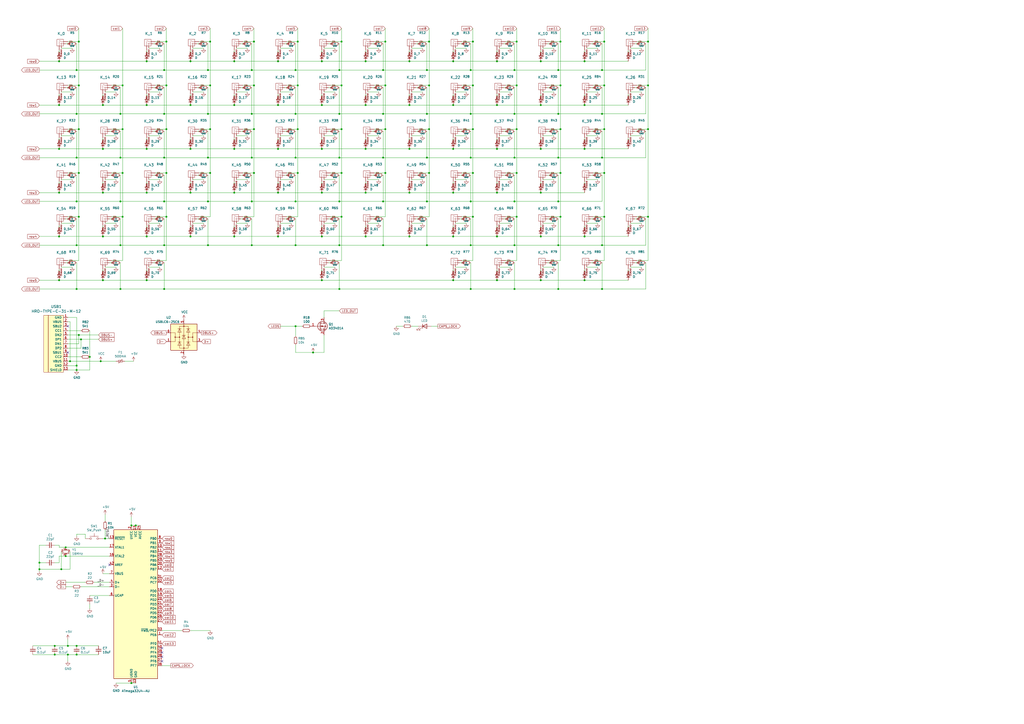
<source format=kicad_sch>
(kicad_sch (version 20211123) (generator eeschema)
  (paper "A2")
  (junction (at 299.72 74.93))
  (junction (at 299.72 49.53))
  (junction (at 222.25 40.64))
  (junction (at 323.85 91.44))
  (junction (at 222.25 66.04))
  (junction (at 375.92 24.13))
  (junction (at 39.37 374.65))
  (junction (at 196.85 116.84))
  (junction (at 45.72 49.53))
  (junction (at 237.49 137.16))
  (junction (at 375.92 125.73))
  (junction (at 350.52 100.33))
  (junction (at 298.45 116.84))
  (junction (at 323.85 142.24))
  (junction (at 76.2 304.8))
  (junction (at 85.09 35.56))
  (junction (at 85.09 111.76))
  (junction (at 274.32 100.33))
  (junction (at 262.89 137.16))
  (junction (at 223.52 24.13))
  (junction (at 95.25 40.64))
  (junction (at 172.72 74.93))
  (junction (at 76.2 396.24))
  (junction (at 313.69 86.36))
  (junction (at 161.29 60.96))
  (junction (at 31.75 374.65))
  (junction (at 349.25 167.64))
  (junction (at 135.89 86.36))
  (junction (at 38.1 322.58))
  (junction (at 299.72 125.73))
  (junction (at 45.72 194.31))
  (junction (at 135.89 111.76))
  (junction (at 110.49 60.96))
  (junction (at 146.05 142.24))
  (junction (at 44.45 91.44))
  (junction (at 147.32 24.13))
  (junction (at 323.85 40.64))
  (junction (at 69.85 66.04))
  (junction (at 85.09 60.96))
  (junction (at 339.09 137.16))
  (junction (at 46.99 196.85))
  (junction (at 325.12 125.73))
  (junction (at 248.92 100.33))
  (junction (at 247.65 116.84))
  (junction (at 110.49 137.16))
  (junction (at 350.52 125.73))
  (junction (at 44.45 374.65))
  (junction (at 325.12 100.33))
  (junction (at 171.45 66.04))
  (junction (at 198.12 24.13))
  (junction (at 60.96 312.42))
  (junction (at 349.25 91.44))
  (junction (at 273.05 116.84))
  (junction (at 120.65 91.44))
  (junction (at 120.65 66.04))
  (junction (at 69.85 91.44))
  (junction (at 85.09 86.36))
  (junction (at 186.69 86.36))
  (junction (at 247.65 40.64))
  (junction (at 222.25 116.84))
  (junction (at 299.72 100.33))
  (junction (at 44.45 116.84))
  (junction (at 222.25 91.44))
  (junction (at 161.29 111.76))
  (junction (at 40.64 209.55))
  (junction (at 323.85 167.64))
  (junction (at 262.89 86.36))
  (junction (at 120.65 142.24))
  (junction (at 171.45 142.24))
  (junction (at 196.85 142.24))
  (junction (at 248.92 74.93))
  (junction (at 96.52 125.73))
  (junction (at 135.89 60.96))
  (junction (at 38.1 317.5))
  (junction (at 161.29 137.16))
  (junction (at 44.45 40.64))
  (junction (at 274.32 24.13))
  (junction (at 339.09 162.56))
  (junction (at 59.69 111.76))
  (junction (at 161.29 35.56))
  (junction (at 375.92 74.93))
  (junction (at 39.37 379.73))
  (junction (at 121.92 24.13))
  (junction (at 95.25 167.64))
  (junction (at 44.45 66.04))
  (junction (at 196.85 91.44))
  (junction (at 71.12 125.73))
  (junction (at 325.12 24.13))
  (junction (at 35.56 330.2))
  (junction (at 223.52 49.53))
  (junction (at 375.92 49.53))
  (junction (at 120.65 40.64))
  (junction (at 147.32 49.53))
  (junction (at 349.25 142.24))
  (junction (at 52.07 207.01))
  (junction (at 171.45 91.44))
  (junction (at 262.89 162.56))
  (junction (at 313.69 60.96))
  (junction (at 69.85 167.64))
  (junction (at 135.89 137.16))
  (junction (at 288.29 35.56))
  (junction (at 171.45 189.23))
  (junction (at 71.12 74.93))
  (junction (at 212.09 60.96))
  (junction (at 95.25 91.44))
  (junction (at 161.29 86.36))
  (junction (at 288.29 86.36))
  (junction (at 110.49 35.56))
  (junction (at 298.45 66.04))
  (junction (at 237.49 35.56))
  (junction (at 44.45 214.63))
  (junction (at 247.65 66.04))
  (junction (at 146.05 116.84))
  (junction (at 212.09 137.16))
  (junction (at 350.52 49.53))
  (junction (at 44.45 379.73))
  (junction (at 34.29 162.56))
  (junction (at 186.69 60.96))
  (junction (at 121.92 49.53))
  (junction (at 274.32 49.53))
  (junction (at 350.52 24.13))
  (junction (at 59.69 86.36))
  (junction (at 147.32 100.33))
  (junction (at 298.45 40.64))
  (junction (at 96.52 74.93))
  (junction (at 273.05 142.24))
  (junction (at 198.12 74.93))
  (junction (at 247.65 142.24))
  (junction (at 96.52 24.13))
  (junction (at 31.75 379.73))
  (junction (at 186.69 111.76))
  (junction (at 186.69 137.16))
  (junction (at 349.25 40.64))
  (junction (at 171.45 116.84))
  (junction (at 34.29 137.16))
  (junction (at 212.09 111.76))
  (junction (at 171.45 40.64))
  (junction (at 237.49 86.36))
  (junction (at 273.05 66.04))
  (junction (at 198.12 49.53))
  (junction (at 172.72 24.13))
  (junction (at 71.12 100.33))
  (junction (at 110.49 111.76))
  (junction (at 22.86 326.39))
  (junction (at 298.45 167.64))
  (junction (at 45.72 24.13))
  (junction (at 186.69 35.56))
  (junction (at 196.85 40.64))
  (junction (at 34.29 35.56))
  (junction (at 59.69 60.96))
  (junction (at 247.65 91.44))
  (junction (at 58.42 209.55))
  (junction (at 44.45 212.09))
  (junction (at 147.32 74.93))
  (junction (at 44.45 142.24))
  (junction (at 95.25 116.84))
  (junction (at 135.89 35.56))
  (junction (at 95.25 66.04))
  (junction (at 299.72 24.13))
  (junction (at 78.74 304.8))
  (junction (at 196.85 66.04))
  (junction (at 325.12 74.93))
  (junction (at 237.49 111.76))
  (junction (at 85.09 162.56))
  (junction (at 44.45 167.64))
  (junction (at 120.65 116.84))
  (junction (at 45.72 125.73))
  (junction (at 172.72 100.33))
  (junction (at 274.32 125.73))
  (junction (at 288.29 60.96))
  (junction (at 223.52 74.93))
  (junction (at 45.72 74.93))
  (junction (at 181.61 204.47))
  (junction (at 313.69 162.56))
  (junction (at 350.52 74.93))
  (junction (at 273.05 40.64))
  (junction (at 288.29 162.56))
  (junction (at 262.89 35.56))
  (junction (at 146.05 66.04))
  (junction (at 34.29 60.96))
  (junction (at 85.09 137.16))
  (junction (at 222.25 142.24))
  (junction (at 325.12 49.53))
  (junction (at 172.72 49.53))
  (junction (at 313.69 111.76))
  (junction (at 59.69 162.56))
  (junction (at 298.45 142.24))
  (junction (at 323.85 116.84))
  (junction (at 212.09 35.56))
  (junction (at 69.85 116.84))
  (junction (at 339.09 86.36))
  (junction (at 71.12 49.53))
  (junction (at 186.69 162.56))
  (junction (at 34.29 111.76))
  (junction (at 323.85 66.04))
  (junction (at 349.25 66.04))
  (junction (at 262.89 111.76))
  (junction (at 59.69 137.16))
  (junction (at 339.09 60.96))
  (junction (at 288.29 111.76))
  (junction (at 96.52 100.33))
  (junction (at 313.69 35.56))
  (junction (at 339.09 35.56))
  (junction (at 248.92 49.53))
  (junction (at 274.32 74.93))
  (junction (at 273.05 167.64))
  (junction (at 313.69 137.16))
  (junction (at 288.29 137.16))
  (junction (at 223.52 100.33))
  (junction (at 196.85 167.64))
  (junction (at 22.86 330.2))
  (junction (at 212.09 86.36))
  (junction (at 121.92 100.33))
  (junction (at 146.05 40.64))
  (junction (at 198.12 100.33))
  (junction (at 262.89 60.96))
  (junction (at 45.72 100.33))
  (junction (at 146.05 91.44))
  (junction (at 121.92 74.93))
  (junction (at 198.12 125.73))
  (junction (at 298.45 91.44))
  (junction (at 95.25 142.24))
  (junction (at 237.49 60.96))
  (junction (at 34.29 86.36))
  (junction (at 69.85 142.24))
  (junction (at 273.05 91.44))
  (junction (at 110.49 86.36))
  (junction (at 96.52 49.53))
  (junction (at 248.92 24.13))
  (no_connect (at 39.37 204.47))
  (no_connect (at 93.98 383.54))
  (no_connect (at 93.98 381))
  (no_connect (at 93.98 378.46))
  (no_connect (at 93.98 375.92))
  (no_connect (at 63.5 327.66))
  (no_connect (at 39.37 189.23))
  (wire (pts (xy 237.49 35.56) (xy 262.89 35.56)))
  (wire (pts (xy 264.16 104.14) (xy 270.51 104.14)))
  (wire (pts (xy 120.65 116.84) (xy 120.65 101.6)))
  (wire (pts (xy 60.96 129.54) (xy 67.31 129.54)))
  (wire (pts (xy 212.09 86.36) (xy 237.49 86.36)))
  (wire (pts (xy 187.96 194.31) (xy 187.96 204.47)))
  (wire (pts (xy 273.05 116.84) (xy 298.45 116.84)))
  (wire (pts (xy 44.45 379.73) (xy 57.15 379.73)))
  (wire (pts (xy 298.45 66.04) (xy 298.45 50.8)))
  (wire (pts (xy 267.97 125.73) (xy 274.32 125.73)))
  (wire (pts (xy 241.3 25.4) (xy 242.57 25.4)))
  (wire (pts (xy 146.05 142.24) (xy 171.45 142.24)))
  (wire (pts (xy 85.09 111.76) (xy 110.49 111.76)))
  (wire (pts (xy 187.96 180.34) (xy 196.85 180.34)))
  (wire (pts (xy 299.72 125.73) (xy 299.72 100.33)))
  (wire (pts (xy 60.96 104.14) (xy 67.31 104.14)))
  (wire (pts (xy 364.49 54.61) (xy 364.49 55.88)))
  (wire (pts (xy 95.25 116.84) (xy 120.65 116.84)))
  (wire (pts (xy 241.3 50.8) (xy 242.57 50.8)))
  (wire (pts (xy 198.12 74.93) (xy 198.12 49.53)))
  (wire (pts (xy 135.89 86.36) (xy 161.29 86.36)))
  (wire (pts (xy 241.3 127) (xy 242.57 127)))
  (wire (pts (xy 187.96 53.34) (xy 194.31 53.34)))
  (wire (pts (xy 196.85 167.64) (xy 196.85 152.4)))
  (wire (pts (xy 38.1 101.6) (xy 39.37 101.6)))
  (wire (pts (xy 121.92 16.51) (xy 121.92 24.13)))
  (wire (pts (xy 323.85 142.24) (xy 323.85 127)))
  (wire (pts (xy 196.85 66.04) (xy 196.85 50.8)))
  (wire (pts (xy 120.65 142.24) (xy 146.05 142.24)))
  (wire (pts (xy 41.91 340.36) (xy 38.1 340.36)))
  (wire (pts (xy 212.09 105.41) (xy 212.09 106.68)))
  (wire (pts (xy 325.12 74.93) (xy 325.12 49.53)))
  (wire (pts (xy 298.45 116.84) (xy 298.45 101.6)))
  (wire (pts (xy 22.86 91.44) (xy 44.45 91.44)))
  (wire (pts (xy 58.42 209.55) (xy 67.31 209.55)))
  (wire (pts (xy 342.9 101.6) (xy 344.17 101.6)))
  (wire (pts (xy 96.52 74.93) (xy 96.52 49.53)))
  (wire (pts (xy 38.1 50.8) (xy 39.37 50.8)))
  (wire (pts (xy 298.45 142.24) (xy 298.45 127)))
  (wire (pts (xy 364.49 80.01) (xy 364.49 81.28)))
  (wire (pts (xy 161.29 86.36) (xy 186.69 86.36)))
  (wire (pts (xy 88.9 101.6) (xy 90.17 101.6)))
  (wire (pts (xy 237.49 105.41) (xy 237.49 106.68)))
  (wire (pts (xy 212.09 80.01) (xy 212.09 81.28)))
  (wire (pts (xy 22.86 35.56) (xy 34.29 35.56)))
  (wire (pts (xy 365.76 78.74) (xy 372.11 78.74)))
  (wire (pts (xy 267.97 49.53) (xy 274.32 49.53)))
  (wire (pts (xy 262.89 137.16) (xy 288.29 137.16)))
  (wire (pts (xy 292.1 76.2) (xy 293.37 76.2)))
  (wire (pts (xy 63.5 50.8) (xy 64.77 50.8)))
  (wire (pts (xy 325.12 24.13) (xy 325.12 49.53)))
  (wire (pts (xy 72.39 209.55) (xy 77.47 209.55)))
  (wire (pts (xy 288.29 35.56) (xy 313.69 35.56)))
  (wire (pts (xy 223.52 16.51) (xy 223.52 24.13)))
  (wire (pts (xy 247.65 91.44) (xy 273.05 91.44)))
  (wire (pts (xy 323.85 116.84) (xy 323.85 101.6)))
  (wire (pts (xy 196.85 142.24) (xy 196.85 127)))
  (wire (pts (xy 237.49 29.21) (xy 237.49 30.48)))
  (wire (pts (xy 323.85 40.64) (xy 323.85 25.4)))
  (wire (pts (xy 22.86 137.16) (xy 34.29 137.16)))
  (wire (pts (xy 59.69 80.01) (xy 59.69 81.28)))
  (wire (pts (xy 314.96 53.34) (xy 321.31 53.34)))
  (wire (pts (xy 35.56 104.14) (xy 41.91 104.14)))
  (wire (pts (xy 71.12 100.33) (xy 71.12 74.93)))
  (wire (pts (xy 171.45 189.23) (xy 175.26 189.23)))
  (wire (pts (xy 350.52 74.93) (xy 350.52 49.53)))
  (wire (pts (xy 242.57 100.33) (xy 248.92 100.33)))
  (wire (pts (xy 339.09 60.96) (xy 364.49 60.96)))
  (wire (pts (xy 135.89 137.16) (xy 161.29 137.16)))
  (wire (pts (xy 69.85 66.04) (xy 69.85 50.8)))
  (wire (pts (xy 45.72 194.31) (xy 57.15 194.31)))
  (wire (pts (xy 342.9 50.8) (xy 344.17 50.8)))
  (wire (pts (xy 147.32 100.33) (xy 147.32 74.93)))
  (wire (pts (xy 190.5 25.4) (xy 191.77 25.4)))
  (wire (pts (xy 44.45 167.64) (xy 69.85 167.64)))
  (wire (pts (xy 39.37 383.54) (xy 39.37 379.73)))
  (wire (pts (xy 349.25 142.24) (xy 349.25 127)))
  (wire (pts (xy 147.32 16.51) (xy 147.32 24.13)))
  (wire (pts (xy 198.12 100.33) (xy 198.12 74.93)))
  (wire (pts (xy 222.25 40.64) (xy 247.65 40.64)))
  (wire (pts (xy 171.45 66.04) (xy 171.45 50.8)))
  (wire (pts (xy 38.1 25.4) (xy 39.37 25.4)))
  (wire (pts (xy 121.92 125.73) (xy 121.92 100.33)))
  (wire (pts (xy 349.25 142.24) (xy 374.65 142.24)))
  (wire (pts (xy 95.25 116.84) (xy 95.25 101.6)))
  (wire (pts (xy 212.09 130.81) (xy 212.09 132.08)))
  (wire (pts (xy 375.92 151.13) (xy 375.92 125.73)))
  (wire (pts (xy 135.89 35.56) (xy 161.29 35.56)))
  (wire (pts (xy 238.76 104.14) (xy 245.11 104.14)))
  (wire (pts (xy 39.37 199.39) (xy 45.72 199.39)))
  (wire (pts (xy 264.16 53.34) (xy 270.51 53.34)))
  (wire (pts (xy 237.49 80.01) (xy 237.49 81.28)))
  (wire (pts (xy 60.96 53.34) (xy 67.31 53.34)))
  (wire (pts (xy 38.1 322.58) (xy 63.5 322.58)))
  (wire (pts (xy 339.09 35.56) (xy 364.49 35.56)))
  (wire (pts (xy 350.52 16.51) (xy 350.52 24.13)))
  (wire (pts (xy 60.96 298.45) (xy 60.96 302.26)))
  (wire (pts (xy 146.05 116.84) (xy 171.45 116.84)))
  (wire (pts (xy 222.25 116.84) (xy 222.25 101.6)))
  (wire (pts (xy 349.25 116.84) (xy 349.25 101.6)))
  (wire (pts (xy 39.37 125.73) (xy 45.72 125.73)))
  (wire (pts (xy 139.7 101.6) (xy 140.97 101.6)))
  (wire (pts (xy 198.12 151.13) (xy 198.12 125.73)))
  (wire (pts (xy 39.37 186.69) (xy 40.64 186.69)))
  (wire (pts (xy 120.65 40.64) (xy 146.05 40.64)))
  (wire (pts (xy 248.92 100.33) (xy 248.92 74.93)))
  (wire (pts (xy 212.09 29.21) (xy 212.09 30.48)))
  (wire (pts (xy 238.76 189.23) (xy 242.57 189.23)))
  (wire (pts (xy 140.97 49.53) (xy 147.32 49.53)))
  (wire (pts (xy 86.36 53.34) (xy 92.71 53.34)))
  (wire (pts (xy 313.69 156.21) (xy 313.69 157.48)))
  (wire (pts (xy 273.05 40.64) (xy 298.45 40.64)))
  (wire (pts (xy 85.09 60.96) (xy 110.49 60.96)))
  (wire (pts (xy 90.17 151.13) (xy 96.52 151.13)))
  (wire (pts (xy 369.57 74.93) (xy 375.92 74.93)))
  (wire (pts (xy 191.77 49.53) (xy 198.12 49.53)))
  (wire (pts (xy 190.5 152.4) (xy 191.77 152.4)))
  (wire (pts (xy 349.25 91.44) (xy 374.65 91.44)))
  (wire (pts (xy 325.12 100.33) (xy 325.12 74.93)))
  (wire (pts (xy 90.17 49.53) (xy 96.52 49.53)))
  (wire (pts (xy 340.36 129.54) (xy 346.71 129.54)))
  (wire (pts (xy 375.92 74.93) (xy 375.92 49.53)))
  (wire (pts (xy 340.36 104.14) (xy 346.71 104.14)))
  (wire (pts (xy 181.61 204.47) (xy 171.45 204.47)))
  (wire (pts (xy 262.89 60.96) (xy 288.29 60.96)))
  (wire (pts (xy 34.29 105.41) (xy 34.29 106.68)))
  (wire (pts (xy 166.37 125.73) (xy 172.72 125.73)))
  (wire (pts (xy 69.85 91.44) (xy 69.85 76.2)))
  (wire (pts (xy 39.37 214.63) (xy 44.45 214.63)))
  (wire (pts (xy 44.45 212.09) (xy 44.45 214.63)))
  (wire (pts (xy 44.45 40.64) (xy 95.25 40.64)))
  (wire (pts (xy 88.9 76.2) (xy 90.17 76.2)))
  (wire (pts (xy 95.25 142.24) (xy 120.65 142.24)))
  (wire (pts (xy 172.72 16.51) (xy 172.72 24.13)))
  (wire (pts (xy 217.17 49.53) (xy 223.52 49.53)))
  (wire (pts (xy 95.25 167.64) (xy 196.85 167.64)))
  (wire (pts (xy 111.76 78.74) (xy 118.11 78.74)))
  (wire (pts (xy 222.25 116.84) (xy 247.65 116.84)))
  (wire (pts (xy 313.69 80.01) (xy 313.69 81.28)))
  (wire (pts (xy 191.77 151.13) (xy 198.12 151.13)))
  (wire (pts (xy 288.29 86.36) (xy 313.69 86.36)))
  (wire (pts (xy 186.69 86.36) (xy 212.09 86.36)))
  (wire (pts (xy 198.12 16.51) (xy 198.12 24.13)))
  (wire (pts (xy 71.12 74.93) (xy 71.12 49.53)))
  (wire (pts (xy 339.09 130.81) (xy 339.09 132.08)))
  (wire (pts (xy 213.36 53.34) (xy 219.71 53.34)))
  (wire (pts (xy 39.37 191.77) (xy 46.99 191.77)))
  (wire (pts (xy 110.49 54.61) (xy 110.49 55.88)))
  (wire (pts (xy 34.29 316.23) (xy 34.29 317.5)))
  (wire (pts (xy 262.89 54.61) (xy 262.89 55.88)))
  (wire (pts (xy 349.25 40.64) (xy 349.25 25.4)))
  (wire (pts (xy 31.75 316.23) (xy 34.29 316.23)))
  (wire (pts (xy 45.72 74.93) (xy 45.72 49.53)))
  (wire (pts (xy 34.29 162.56) (xy 59.69 162.56)))
  (wire (pts (xy 34.29 130.81) (xy 34.29 132.08)))
  (wire (pts (xy 317.5 101.6) (xy 318.77 101.6)))
  (wire (pts (xy 165.1 25.4) (xy 166.37 25.4)))
  (wire (pts (xy 191.77 100.33) (xy 198.12 100.33)))
  (wire (pts (xy 114.3 76.2) (xy 115.57 76.2)))
  (wire (pts (xy 273.05 91.44) (xy 298.45 91.44)))
  (wire (pts (xy 369.57 151.13) (xy 375.92 151.13)))
  (wire (pts (xy 40.64 320.04) (xy 40.64 330.2)))
  (wire (pts (xy 212.09 111.76) (xy 237.49 111.76)))
  (wire (pts (xy 292.1 25.4) (xy 293.37 25.4)))
  (wire (pts (xy 187.96 104.14) (xy 194.31 104.14)))
  (wire (pts (xy 299.72 100.33) (xy 299.72 74.93)))
  (wire (pts (xy 121.92 24.13) (xy 121.92 49.53)))
  (wire (pts (xy 317.5 76.2) (xy 318.77 76.2)))
  (wire (pts (xy 292.1 101.6) (xy 293.37 101.6)))
  (wire (pts (xy 96.52 24.13) (xy 96.52 49.53)))
  (wire (pts (xy 339.09 54.61) (xy 339.09 55.88)))
  (wire (pts (xy 213.36 78.74) (xy 219.71 78.74)))
  (wire (pts (xy 344.17 24.13) (xy 350.52 24.13)))
  (wire (pts (xy 95.25 91.44) (xy 120.65 91.44)))
  (wire (pts (xy 39.37 209.55) (xy 40.64 209.55)))
  (wire (pts (xy 172.72 24.13) (xy 172.72 49.53)))
  (wire (pts (xy 34.29 80.01) (xy 34.29 81.28)))
  (wire (pts (xy 86.36 129.54) (xy 92.71 129.54)))
  (wire (pts (xy 39.37 374.65) (xy 44.45 374.65)))
  (wire (pts (xy 161.29 35.56) (xy 186.69 35.56)))
  (wire (pts (xy 196.85 167.64) (xy 273.05 167.64)))
  (wire (pts (xy 217.17 100.33) (xy 223.52 100.33)))
  (wire (pts (xy 111.76 27.94) (xy 118.11 27.94)))
  (wire (pts (xy 344.17 151.13) (xy 350.52 151.13)))
  (wire (pts (xy 85.09 156.21) (xy 85.09 157.48)))
  (wire (pts (xy 34.29 317.5) (xy 38.1 317.5)))
  (wire (pts (xy 34.29 326.39) (xy 34.29 322.58)))
  (wire (pts (xy 323.85 91.44) (xy 349.25 91.44)))
  (wire (pts (xy 247.65 116.84) (xy 247.65 101.6)))
  (wire (pts (xy 139.7 76.2) (xy 140.97 76.2)))
  (wire (pts (xy 22.86 111.76) (xy 34.29 111.76)))
  (wire (pts (xy 44.45 116.84) (xy 69.85 116.84)))
  (wire (pts (xy 213.36 27.94) (xy 219.71 27.94)))
  (wire (pts (xy 34.29 111.76) (xy 59.69 111.76)))
  (wire (pts (xy 64.77 151.13) (xy 71.12 151.13)))
  (wire (pts (xy 59.69 60.96) (xy 85.09 60.96)))
  (wire (pts (xy 115.57 74.93) (xy 121.92 74.93)))
  (wire (pts (xy 247.65 91.44) (xy 247.65 76.2)))
  (wire (pts (xy 39.37 379.73) (xy 44.45 379.73)))
  (wire (pts (xy 248.92 16.51) (xy 248.92 24.13)))
  (wire (pts (xy 39.37 194.31) (xy 45.72 194.31)))
  (wire (pts (xy 60.96 78.74) (xy 67.31 78.74)))
  (wire (pts (xy 222.25 91.44) (xy 247.65 91.44)))
  (wire (pts (xy 172.72 74.93) (xy 172.72 49.53)))
  (wire (pts (xy 38.1 127) (xy 39.37 127)))
  (wire (pts (xy 110.49 130.81) (xy 110.49 132.08)))
  (wire (pts (xy 237.49 130.81) (xy 237.49 132.08)))
  (wire (pts (xy 121.92 74.93) (xy 121.92 49.53)))
  (wire (pts (xy 88.9 152.4) (xy 90.17 152.4)))
  (wire (pts (xy 215.9 76.2) (xy 217.17 76.2)))
  (wire (pts (xy 313.69 60.96) (xy 339.09 60.96)))
  (wire (pts (xy 213.36 129.54) (xy 219.71 129.54)))
  (wire (pts (xy 166.37 100.33) (xy 172.72 100.33)))
  (wire (pts (xy 171.45 204.47) (xy 171.45 200.025)))
  (wire (pts (xy 313.69 111.76) (xy 339.09 111.76)))
  (wire (pts (xy 186.69 35.56) (xy 212.09 35.56)))
  (wire (pts (xy 38.1 76.2) (xy 39.37 76.2)))
  (wire (pts (xy 223.52 74.93) (xy 223.52 49.53)))
  (wire (pts (xy 267.97 24.13) (xy 274.32 24.13)))
  (wire (pts (xy 339.09 156.21) (xy 339.09 157.48)))
  (wire (pts (xy 318.77 49.53) (xy 325.12 49.53)))
  (wire (pts (xy 289.56 154.94) (xy 295.91 154.94)))
  (wire (pts (xy 293.37 151.13) (xy 299.72 151.13)))
  (wire (pts (xy 63.5 152.4) (xy 64.77 152.4)))
  (wire (pts (xy 368.3 127) (xy 369.57 127)))
  (wire (pts (xy 264.16 78.74) (xy 270.51 78.74)))
  (wire (pts (xy 22.86 66.04) (xy 44.45 66.04)))
  (wire (pts (xy 161.29 105.41) (xy 161.29 106.68)))
  (wire (pts (xy 85.09 35.56) (xy 110.49 35.56)))
  (wire (pts (xy 22.86 326.39) (xy 26.67 326.39)))
  (wire (pts (xy 262.89 111.76) (xy 288.29 111.76)))
  (wire (pts (xy 186.69 54.61) (xy 186.69 55.88)))
  (wire (pts (xy 166.37 49.53) (xy 172.72 49.53)))
  (wire (pts (xy 222.25 40.64) (xy 222.25 25.4)))
  (wire (pts (xy 325.12 151.13) (xy 325.12 125.73)))
  (wire (pts (xy 264.16 27.94) (xy 270.51 27.94)))
  (wire (pts (xy 85.09 105.41) (xy 85.09 106.68)))
  (wire (pts (xy 69.85 167.64) (xy 69.85 152.4)))
  (wire (pts (xy 289.56 53.34) (xy 295.91 53.34)))
  (wire (pts (xy 69.85 116.84) (xy 69.85 101.6)))
  (wire (pts (xy 181.61 204.47) (xy 187.96 204.47)))
  (wire (pts (xy 289.56 129.54) (xy 295.91 129.54)))
  (wire (pts (xy 64.77 100.33) (xy 71.12 100.33)))
  (wire (pts (xy 34.29 29.21) (xy 34.29 30.48)))
  (wire (pts (xy 247.65 40.64) (xy 247.65 25.4)))
  (wire (pts (xy 44.45 142.24) (xy 44.45 127)))
  (wire (pts (xy 44.45 91.44) (xy 69.85 91.44)))
  (wire (pts (xy 114.3 25.4) (xy 115.57 25.4)))
  (wire (pts (xy 350.52 151.13) (xy 350.52 125.73)))
  (wire (pts (xy 339.09 86.36) (xy 364.49 86.36)))
  (wire (pts (xy 44.45 116.84) (xy 44.45 101.6)))
  (wire (pts (xy 147.32 74.93) (xy 147.32 49.53)))
  (wire (pts (xy 344.17 74.93) (xy 350.52 74.93)))
  (wire (pts (xy 262.89 80.01) (xy 262.89 81.28)))
  (wire (pts (xy 88.9 50.8) (xy 90.17 50.8)))
  (wire (pts (xy 71.12 151.13) (xy 71.12 125.73)))
  (wire (pts (xy 368.3 25.4) (xy 369.57 25.4)))
  (wire (pts (xy 374.65 142.24) (xy 374.65 127)))
  (wire (pts (xy 96.52 125.73) (xy 96.52 100.33)))
  (wire (pts (xy 161.29 54.61) (xy 161.29 55.88)))
  (wire (pts (xy 35.56 129.54) (xy 41.91 129.54)))
  (wire (pts (xy 212.09 137.16) (xy 237.49 137.16)))
  (wire (pts (xy 298.45 167.64) (xy 323.85 167.64)))
  (wire (pts (xy 22.86 167.64) (xy 44.45 167.64)))
  (wire (pts (xy 114.3 101.6) (xy 115.57 101.6)))
  (wire (pts (xy 318.77 24.13) (xy 325.12 24.13)))
  (wire (pts (xy 350.52 24.13) (xy 350.52 49.53)))
  (wire (pts (xy 85.09 54.61) (xy 85.09 55.88)))
  (wire (pts (xy 44.45 66.04) (xy 69.85 66.04)))
  (wire (pts (xy 191.77 74.93) (xy 198.12 74.93)))
  (wire (pts (xy 85.09 86.36) (xy 110.49 86.36)))
  (wire (pts (xy 165.1 101.6) (xy 166.37 101.6)))
  (wire (pts (xy 45.72 151.13) (xy 45.72 125.73)))
  (wire (pts (xy 146.05 91.44) (xy 146.05 76.2)))
  (wire (pts (xy 317.5 25.4) (xy 318.77 25.4)))
  (wire (pts (xy 52.07 345.44) (xy 63.5 345.44)))
  (wire (pts (xy 171.45 40.64) (xy 171.45 25.4)))
  (wire (pts (xy 69.85 91.44) (xy 95.25 91.44)))
  (wire (pts (xy 161.29 60.96) (xy 186.69 60.96)))
  (wire (pts (xy 44.45 309.88) (xy 49.53 309.88)))
  (wire (pts (xy 237.49 111.76) (xy 262.89 111.76)))
  (wire (pts (xy 339.09 80.01) (xy 339.09 81.28)))
  (wire (pts (xy 63.5 76.2) (xy 64.77 76.2)))
  (wire (pts (xy 135.89 29.21) (xy 135.89 30.48)))
  (wire (pts (xy 350.52 125.73) (xy 350.52 100.33)))
  (wire (pts (xy 191.77 24.13) (xy 198.12 24.13)))
  (wire (pts (xy 340.36 27.94) (xy 346.71 27.94)))
  (wire (pts (xy 39.37 207.01) (xy 46.99 207.01)))
  (wire (pts (xy 44.45 40.64) (xy 44.45 25.4)))
  (wire (pts (xy 288.29 29.21) (xy 288.29 30.48)))
  (wire (pts (xy 31.75 379.73) (xy 39.37 379.73)))
  (wire (pts (xy 262.89 86.36) (xy 288.29 86.36)))
  (wire (pts (xy 339.09 29.21) (xy 339.09 30.48)))
  (wire (pts (xy 274.32 16.51) (xy 274.32 24.13)))
  (wire (pts (xy 59.69 156.21) (xy 59.69 157.48)))
  (wire (pts (xy 96.52 16.51) (xy 96.52 24.13)))
  (wire (pts (xy 45.72 199.39) (xy 45.72 194.31)))
  (wire (pts (xy 45.72 125.73) (xy 45.72 100.33)))
  (wire (pts (xy 162.56 78.74) (xy 168.91 78.74)))
  (wire (pts (xy 273.05 167.64) (xy 298.45 167.64)))
  (wire (pts (xy 262.89 130.81) (xy 262.89 132.08)))
  (wire (pts (xy 95.25 66.04) (xy 95.25 50.8)))
  (wire (pts (xy 111.76 53.34) (xy 118.11 53.34)))
  (wire (pts (xy 110.49 29.21) (xy 110.49 30.48)))
  (wire (pts (xy 237.49 54.61) (xy 237.49 55.88)))
  (wire (pts (xy 31.75 374.65) (xy 39.37 374.65)))
  (wire (pts (xy 22.86 86.36) (xy 34.29 86.36)))
  (wire (pts (xy 314.96 129.54) (xy 321.31 129.54)))
  (wire (pts (xy 161.29 111.76) (xy 186.69 111.76)))
  (wire (pts (xy 39.37 74.93) (xy 45.72 74.93)))
  (wire (pts (xy 95.25 91.44) (xy 95.25 76.2)))
  (wire (pts (xy 241.3 76.2) (xy 242.57 76.2)))
  (wire (pts (xy 64.77 74.93) (xy 71.12 74.93)))
  (wire (pts (xy 111.76 104.14) (xy 118.11 104.14)))
  (wire (pts (xy 323.85 66.04) (xy 323.85 50.8)))
  (wire (pts (xy 223.52 24.13) (xy 223.52 49.53)))
  (wire (pts (xy 288.29 80.01) (xy 288.29 81.28)))
  (wire (pts (xy 135.89 60.96) (xy 161.29 60.96)))
  (wire (pts (xy 248.92 24.13) (xy 248.92 49.53)))
  (wire (pts (xy 247.65 40.64) (xy 273.05 40.64)))
  (wire (pts (xy 146.05 116.84) (xy 146.05 101.6)))
  (wire (pts (xy 374.65 40.64) (xy 374.65 25.4)))
  (wire (pts (xy 288.29 111.76) (xy 313.69 111.76)))
  (wire (pts (xy 59.69 332.74) (xy 63.5 332.74)))
  (wire (pts (xy 54.61 337.82) (xy 63.5 337.82)))
  (wire (pts (xy 317.5 50.8) (xy 318.77 50.8)))
  (wire (pts (xy 215.9 25.4) (xy 217.17 25.4)))
  (wire (pts (xy 266.7 152.4) (xy 267.97 152.4)))
  (wire (pts (xy 198.12 125.73) (xy 198.12 100.33)))
  (wire (pts (xy 196.85 116.84) (xy 222.25 116.84)))
  (wire (pts (xy 146.05 40.64) (xy 146.05 25.4)))
  (wire (pts (xy 340.36 78.74) (xy 346.71 78.74)))
  (wire (pts (xy 187.96 154.94) (xy 194.31 154.94)))
  (wire (pts (xy 298.45 116.84) (xy 323.85 116.84)))
  (wire (pts (xy 45.72 24.13) (xy 45.72 49.53)))
  (wire (pts (xy 39.37 370.84) (xy 39.37 374.65)))
  (wire (pts (xy 38.1 317.5) (xy 63.5 317.5)))
  (wire (pts (xy 222.25 66.04) (xy 247.65 66.04)))
  (wire (pts (xy 22.86 162.56) (xy 34.29 162.56)))
  (wire (pts (xy 339.09 105.41) (xy 339.09 106.68)))
  (wire (pts (xy 166.37 74.93) (xy 172.72 74.93)))
  (wire (pts (xy 90.17 100.33) (xy 96.52 100.33)))
  (wire (pts (xy 273.05 40.64) (xy 273.05 25.4)))
  (wire (pts (xy 375.92 24.13) (xy 375.92 49.53)))
  (wire (pts (xy 40.64 330.2) (xy 35.56 330.2)))
  (wire (pts (xy 318.77 74.93) (xy 325.12 74.93)))
  (wire (pts (xy 365.76 129.54) (xy 372.11 129.54)))
  (wire (pts (xy 34.29 86.36) (xy 59.69 86.36)))
  (wire (pts (xy 59.69 130.81) (xy 59.69 132.08)))
  (wire (pts (xy 34.29 54.61) (xy 34.29 55.88)))
  (wire (pts (xy 35.56 27.94) (xy 41.91 27.94)))
  (wire (pts (xy 69.85 167.64) (xy 95.25 167.64)))
  (wire (pts (xy 95.25 40.64) (xy 95.25 25.4)))
  (wire (pts (xy 137.16 129.54) (xy 143.51 129.54)))
  (wire (pts (xy 262.89 162.56) (xy 288.29 162.56)))
  (wire (pts (xy 64.77 49.53) (xy 71.12 49.53)))
  (wire (pts (xy 248.92 125.73) (xy 248.92 100.33)))
  (wire (pts (xy 110.49 365.76) (xy 121.92 365.76)))
  (wire (pts (xy 44.45 167.64) (xy 44.45 152.4)))
  (wire (pts (xy 196.85 40.64) (xy 196.85 25.4)))
  (wire (pts (xy 110.49 105.41) (xy 110.49 106.68)))
  (wire (pts (xy 137.16 53.34) (xy 143.51 53.34)))
  (wire (pts (xy 137.16 78.74) (xy 143.51 78.74)))
  (wire (pts (xy 85.09 130.81) (xy 85.09 132.08)))
  (wire (pts (xy 350.52 100.33) (xy 350.52 74.93)))
  (wire (pts (xy 298.45 40.64) (xy 323.85 40.64)))
  (wire (pts (xy 266.7 101.6) (xy 267.97 101.6)))
  (wire (pts (xy 323.85 91.44) (xy 323.85 76.2)))
  (wire (pts (xy 313.69 86.36) (xy 339.09 86.36)))
  (wire (pts (xy 222.25 142.24) (xy 247.65 142.24)))
  (wire (pts (xy 86.36 78.74) (xy 92.71 78.74)))
  (wire (pts (xy 368.3 152.4) (xy 369.57 152.4)))
  (wire (pts (xy 171.45 142.24) (xy 196.85 142.24)))
  (wire (pts (xy 34.29 322.58) (xy 38.1 322.58)))
  (wire (pts (xy 146.05 66.04) (xy 171.45 66.04)))
  (wire (pts (xy 247.65 116.84) (xy 273.05 116.84)))
  (wire (pts (xy 339.09 162.56) (xy 364.49 162.56)))
  (wire (pts (xy 344.17 100.33) (xy 350.52 100.33)))
  (wire (pts (xy 59.69 162.56) (xy 85.09 162.56)))
  (wire (pts (xy 289.56 27.94) (xy 295.91 27.94)))
  (wire (pts (xy 186.69 29.21) (xy 186.69 30.48)))
  (wire (pts (xy 90.17 125.73) (xy 96.52 125.73)))
  (wire (pts (xy 314.96 27.94) (xy 321.31 27.94)))
  (wire (pts (xy 162.56 53.34) (xy 168.91 53.34)))
  (wire (pts (xy 44.45 142.24) (xy 69.85 142.24)))
  (wire (pts (xy 161.29 137.16) (xy 186.69 137.16)))
  (wire (pts (xy 293.37 100.33) (xy 299.72 100.33)))
  (wire (pts (xy 196.85 66.04) (xy 222.25 66.04)))
  (wire (pts (xy 139.7 50.8) (xy 140.97 50.8)))
  (wire (pts (xy 162.56 189.23) (xy 171.45 189.23)))
  (wire (pts (xy 22.86 316.23) (xy 22.86 326.39)))
  (wire (pts (xy 171.45 91.44) (xy 196.85 91.44)))
  (wire (pts (xy 110.49 80.01) (xy 110.49 81.28)))
  (wire (pts (xy 238.76 27.94) (xy 245.11 27.94)))
  (wire (pts (xy 111.76 129.54) (xy 118.11 129.54)))
  (wire (pts (xy 96.52 151.13) (xy 96.52 125.73)))
  (wire (pts (xy 120.65 66.04) (xy 146.05 66.04)))
  (wire (pts (xy 323.85 167.64) (xy 349.25 167.64)))
  (wire (pts (xy 318.77 125.73) (xy 325.12 125.73)))
  (wire (pts (xy 110.49 137.16) (xy 135.89 137.16)))
  (wire (pts (xy 59.69 105.41) (xy 59.69 106.68)))
  (wire (pts (xy 19.05 379.73) (xy 31.75 379.73)))
  (wire (pts (xy 135.89 130.81) (xy 135.89 132.08)))
  (wire (pts (xy 289.56 78.74) (xy 295.91 78.74)))
  (wire (pts (xy 35.56 330.2) (xy 22.86 330.2)))
  (wire (pts (xy 172.72 125.73) (xy 172.72 100.33)))
  (wire (pts (xy 196.85 40.64) (xy 222.25 40.64)))
  (wire (pts (xy 266.7 25.4) (xy 267.97 25.4)))
  (wire (pts (xy 223.52 125.73) (xy 223.52 100.33)))
  (wire (pts (xy 318.77 151.13) (xy 325.12 151.13)))
  (wire (pts (xy 299.72 151.13) (xy 299.72 125.73)))
  (wire (pts (xy 171.45 91.44) (xy 171.45 76.2)))
  (wire (pts (xy 120.65 142.24) (xy 120.65 127)))
  (wire (pts (xy 323.85 116.84) (xy 349.25 116.84)))
  (wire (pts (xy 114.3 50.8) (xy 115.57 50.8)))
  (wire (pts (xy 161.29 130.81) (xy 161.29 132.08)))
  (wire (pts (xy 161.29 80.01) (xy 161.29 81.28)))
  (wire (pts (xy 293.37 125.73) (xy 299.72 125.73)))
  (wire (pts (xy 35.56 320.04) (xy 35.56 330.2)))
  (wire (pts (xy 22.86 326.39) (xy 22.86 330.2)))
  (wire (pts (xy 166.37 24.13) (xy 172.72 24.13)))
  (wire (pts (xy 139.7 127) (xy 140.97 127)))
  (wire (pts (xy 137.16 104.14) (xy 143.51 104.14)))
  (wire (pts (xy 40.64 186.69) (xy 40.64 209.55)))
  (wire (pts (xy 229.87 189.23) (xy 233.68 189.23)))
  (wire (pts (xy 22.86 40.64) (xy 44.45 40.64)))
  (wire (pts (xy 86.36 27.94) (xy 92.71 27.94)))
  (wire (pts (xy 85.09 137.16) (xy 110.49 137.16)))
  (wire (pts (xy 190.5 76.2) (xy 191.77 76.2)))
  (wire (pts (xy 52.07 214.63) (xy 44.45 214.63)))
  (wire (pts (xy 298.45 142.24) (xy 323.85 142.24)))
  (wire (pts (xy 342.9 152.4) (xy 344.17 152.4)))
  (wire (pts (xy 237.49 86.36) (xy 262.89 86.36)))
  (wire (pts (xy 86.36 104.14) (xy 92.71 104.14)))
  (wire (pts (xy 121.92 100.33) (xy 121.92 74.93)))
  (wire (pts (xy 171.45 116.84) (xy 171.45 101.6)))
  (wire (pts (xy 110.49 111.76) (xy 135.89 111.76)))
  (wire (pts (xy 140.97 100.33) (xy 147.32 100.33)))
  (wire (pts (xy 115.57 125.73) (xy 121.92 125.73)))
  (wire (pts (xy 364.49 29.21) (xy 364.49 30.48)))
  (wire (pts (xy 187.96 27.94) (xy 194.31 27.94)))
  (wire (pts (xy 39.37 184.15) (xy 44.45 184.15)))
  (wire (pts (xy 273.05 142.24) (xy 298.45 142.24)))
  (wire (pts (xy 59.69 111.76) (xy 85.09 111.76)))
  (wire (pts (xy 242.57 24.13) (xy 248.92 24.13)))
  (wire (pts (xy 34.29 60.96) (xy 59.69 60.96)))
  (wire (pts (xy 365.76 27.94) (xy 372.11 27.94)))
  (wire (pts (xy 110.49 60.96) (xy 135.89 60.96)))
  (wire (pts (xy 187.96 129.54) (xy 194.31 129.54)))
  (wire (pts (xy 213.36 104.14) (xy 219.71 104.14)))
  (wire (pts (xy 298.45 91.44) (xy 323.85 91.44)))
  (wire (pts (xy 247.65 142.24) (xy 273.05 142.24)))
  (wire (pts (xy 267.97 100.33) (xy 274.32 100.33)))
  (wire (pts (xy 299.72 16.51) (xy 299.72 24.13)))
  (wire (pts (xy 342.9 127) (xy 344.17 127)))
  (wire (pts (xy 115.57 100.33) (xy 121.92 100.33)))
  (wire (pts (xy 140.97 125.73) (xy 147.32 125.73)))
  (wire (pts (xy 45.72 100.33) (xy 45.72 74.93)))
  (wire (pts (xy 247.65 66.04) (xy 247.65 50.8)))
  (wire (pts (xy 44.45 212.09) (xy 44.45 184.15)))
  (wire (pts (xy 46.99 201.93) (xy 46.99 196.85)))
  (wire (pts (xy 64.77 125.73) (xy 71.12 125.73)))
  (wire (pts (xy 39.37 49.53) (xy 45.72 49.53)))
  (wire (pts (xy 292.1 127) (xy 293.37 127)))
  (wire (pts (xy 217.17 74.93) (xy 223.52 74.93)))
  (wire (pts (xy 191.77 125.73) (xy 198.12 125.73)))
  (wire (pts (xy 85.09 80.01) (xy 85.09 81.28)))
  (wire (pts (xy 186.69 130.81) (xy 186.69 132.08)))
  (wire (pts (xy 110.49 35.56) (xy 135.89 35.56)))
  (wire (pts (xy 375.92 16.51) (xy 375.92 24.13)))
  (wire (pts (xy 215.9 127) (xy 217.17 127)))
  (wire (pts (xy 135.89 111.76) (xy 161.29 111.76)))
  (wire (pts (xy 93.98 365.76) (xy 105.41 365.76)))
  (wire (pts (xy 171.45 142.24) (xy 171.45 127)))
  (wire (pts (xy 146.05 66.04) (xy 146.05 50.8)))
  (wire (pts (xy 39.37 24.13) (xy 45.72 24.13)))
  (wire (pts (xy 165.1 50.8) (xy 166.37 50.8)))
  (wire (pts (xy 241.3 101.6) (xy 242.57 101.6)))
  (wire (pts (xy 254 189.23) (xy 250.19 189.23)))
  (wire (pts (xy 120.65 91.44) (xy 120.65 76.2)))
  (wire (pts (xy 35.56 154.94) (xy 41.91 154.94)))
  (wire (pts (xy 165.1 127) (xy 166.37 127)))
  (wire (pts (xy 273.05 66.04) (xy 273.05 50.8)))
  (wire (pts (xy 313.69 162.56) (xy 339.09 162.56)))
  (wire (pts (xy 368.3 50.8) (xy 369.57 50.8)))
  (wire (pts (xy 171.45 189.23) (xy 171.45 194.945)))
  (wire (pts (xy 114.3 127) (xy 115.57 127)))
  (wire (pts (xy 171.45 40.64) (xy 196.85 40.64)))
  (wire (pts (xy 95.25 142.24) (xy 95.25 127)))
  (wire (pts (xy 339.09 137.16) (xy 364.49 137.16)))
  (wire (pts (xy 267.97 151.13) (xy 274.32 151.13)))
  (wire (pts (xy 35.56 78.74) (xy 41.91 78.74)))
  (wire (pts (xy 186.69 60.96) (xy 212.09 60.96)))
  (wire (pts (xy 222.25 91.44) (xy 222.25 76.2)))
  (wire (pts (xy 292.1 152.4) (xy 293.37 152.4)))
  (wire (pts (xy 274.32 100.33) (xy 274.32 74.93)))
  (wire (pts (xy 120.65 91.44) (xy 146.05 91.44)))
  (wire (pts (xy 238.76 53.34) (xy 245.11 53.34)))
  (wire (pts (xy 313.69 54.61) (xy 313.69 55.88)))
  (wire (pts (xy 39.37 201.93) (xy 46.99 201.93)))
  (wire (pts (xy 242.57 49.53) (xy 248.92 49.53)))
  (wire (pts (xy 298.45 40.64) (xy 298.45 25.4)))
  (wire (pts (xy 274.32 24.13) (xy 274.32 49.53)))
  (wire (pts (xy 171.45 66.04) (xy 196.85 66.04)))
  (wire (pts (xy 34.29 35.56) (xy 85.09 35.56)))
  (wire (pts (xy 288.29 54.61) (xy 288.29 55.88)))
  (wire (pts (xy 186.69 162.56) (xy 262.89 162.56)))
  (wire (pts (xy 44.45 311.15) (xy 44.45 309.88)))
  (wire (pts (xy 35.56 53.34) (xy 41.91 53.34)))
  (wire (pts (xy 349.25 40.64) (xy 374.65 40.64)))
  (wire (pts (xy 274.32 74.93) (xy 274.32 49.53)))
  (wire (pts (xy 34.29 137.16) (xy 59.69 137.16)))
  (wire (pts (xy 344.17 49.53) (xy 350.52 49.53)))
  (wire (pts (xy 264.16 129.54) (xy 270.51 129.54)))
  (wire (pts (xy 120.65 66.04) (xy 120.65 50.8)))
  (wire (pts (xy 323.85 142.24) (xy 349.25 142.24)))
  (wire (pts (xy 313.69 29.21) (xy 313.69 30.48)))
  (wire (pts (xy 115.57 49.53) (xy 121.92 49.53)))
  (wire (pts (xy 267.97 74.93) (xy 274.32 74.93)))
  (wire (pts (xy 323.85 66.04) (xy 349.25 66.04)))
  (wire (pts (xy 247.65 142.24) (xy 247.65 127)))
  (wire (pts (xy 365.76 53.34) (xy 372.11 53.34)))
  (wire (pts (xy 375.92 125.73) (xy 375.92 74.93)))
  (wire (pts (xy 19.05 374.65) (xy 31.75 374.65)))
  (wire (pts (xy 140.97 24.13) (xy 147.32 24.13)))
  (wire (pts (xy 190.5 127) (xy 191.77 127)))
  (wire (pts (xy 161.29 29.21) (xy 161.29 30.48)))
  (wire (pts (xy 45.72 16.51) (xy 45.72 24.13)))
  (wire (pts (xy 317.5 127) (xy 318.77 127)))
  (wire (pts (xy 313.69 130.81) (xy 313.69 132.08)))
  (wire (pts (xy 314.96 104.14) (xy 321.31 104.14)))
  (wire (pts (xy 212.09 60.96) (xy 237.49 60.96)))
  (wire (pts (xy 135.89 54.61) (xy 135.89 55.88)))
  (wire (pts (xy 67.31 396.24) (xy 76.2 396.24)))
  (wire (pts (xy 88.9 25.4) (xy 90.17 25.4)))
  (wire (pts (xy 146.05 91.44) (xy 171.45 91.44)))
  (wire (pts (xy 266.7 50.8) (xy 267.97 50.8)))
  (wire (pts (xy 374.65 66.04) (xy 374.65 50.8)))
  (wire (pts (xy 349.25 167.64) (xy 349.25 152.4)))
  (wire (pts (xy 162.56 129.54) (xy 168.91 129.54)))
  (wire (pts (xy 81.28 304.8) (xy 78.74 304.8)))
  (wire (pts (xy 135.89 80.01) (xy 135.89 81.28)))
  (wire (pts (xy 85.09 29.21) (xy 85.09 30.48)))
  (wire (pts (xy 222.25 142.24) (xy 222.25 127)))
  (wire (pts (xy 110.49 86.36) (xy 135.89 86.36)))
  (wire (pts (xy 146.05 142.24) (xy 146.05 127)))
  (wire (pts (xy 60.96 154.94) (xy 67.31 154.94)))
  (wire (pts (xy 63.5 127) (xy 64.77 127)))
  (wire (pts (xy 262.89 105.41) (xy 262.89 106.68)))
  (wire (pts (xy 313.69 35.56) (xy 339.09 35.56)))
  (wire (pts (xy 165.1 76.2) (xy 166.37 76.2)))
  (wire (pts (xy 217.17 24.13) (xy 223.52 24.13)))
  (wire (pts (xy 196.85 91.44) (xy 222.25 91.44)))
  (wire (pts (xy 39.37 100.33) (xy 45.72 100.33)))
  (wire (pts (xy 186.69 80.01) (xy 186.69 81.28)))
  (wire (pts (xy 196.85 116.84) (xy 196.85 101.6)))
  (wire (pts (xy 46.99 196.85) (xy 57.15 196.85)))
  (wire (pts (xy 369.57 24.13) (xy 375.92 24.13)))
  (wire (pts (xy 368.3 76.2) (xy 369.57 76.2)))
  (wire (pts (xy 59.69 86.36) (xy 85.09 86.36)))
  (wire (pts (xy 40.64 209.55) (xy 58.42 209.55)))
  (wire (pts (xy 238.76 129.54) (xy 245.11 129.54)))
  (wire (pts (xy 22.86 142.24) (xy 44.45 142.24)))
  (wire (pts (xy 49.53 337.82) (xy 38.1 337.82)))
  (wire (pts (xy 60.96 307.34) (xy 60.96 312.42)))
  (wire (pts (xy 90.17 24.13) (xy 96.52 24.13)))
  (wire (pts (xy 262.89 35.56) (xy 288.29 35.56)))
  (wire (pts (xy 69.85 116.84) (xy 95.25 116.84)))
  (wire (pts (xy 344.17 125.73) (xy 350.52 125.73)))
  (wire (pts (xy 44.45 66.04) (xy 44.45 50.8)))
  (wire (pts (xy 22.86 60.96) (xy 34.29 60.96)))
  (wire (pts (xy 39.37 212.09) (xy 44.45 212.09)))
  (wire (pts (xy 46.99 340.36) (xy 63.5 340.36)))
  (wire (pts (xy 317.5 152.4) (xy 318.77 152.4)))
  (wire (pts (xy 187.96 78.74) (xy 194.31 78.74)))
  (wire (pts (xy 369.57 125.73) (xy 375.92 125.73)))
  (wire (pts (xy 96.52 100.33) (xy 96.52 74.93)))
  (wire (pts (xy 288.29 156.21) (xy 288.29 157.48)))
  (wire (pts (xy 342.9 76.2) (xy 344.17 76.2)))
  (wire (pts (xy 71.12 125.73) (xy 71.12 100.33)))
  (wire (pts (xy 314.96 154.94) (xy 321.31 154.94)))
  (wire (pts (xy 22.86 330.2) (xy 22.86 331.47)))
  (wire (pts (xy 248.92 74.93) (xy 248.92 49.53)))
  (wire (pts (xy 186.69 137.16) (xy 212.09 137.16)))
  (wire (pts (xy 266.7 127) (xy 267.97 127)))
  (wire (pts (xy 31.75 326.39) (xy 34.29 326.39)))
  (wire (pts (xy 137.16 27.94) (xy 143.51 27.94)))
  (wire (pts (xy 222.25 66.04) (xy 222.25 50.8)))
  (wire (pts (xy 223.52 100.33) (xy 223.52 74.93)))
  (wire (pts (xy 135.89 105.41) (xy 135.89 106.68)))
  (wire (pts (xy 63.5 101.6) (xy 64.77 101.6)))
  (wire (pts (xy 69.85 66.04) (xy 95.25 66.04)))
  (wire (pts (xy 273.05 66.04) (xy 298.45 66.04)))
  (wire (pts (xy 273.05 116.84) (xy 273.05 101.6)))
  (wire (pts (xy 364.49 130.81) (xy 364.49 132.08)))
  (wire (pts (xy 342.9 25.4) (xy 344.17 25.4)))
  (wire (pts (xy 38.1 152.4) (xy 39.37 152.4)))
  (wire (pts (xy 85.09 162.56) (xy 186.69 162.56)))
  (wire (pts (xy 349.25 91.44) (xy 349.25 76.2)))
  (wire (pts (xy 299.72 24.13) (xy 299.72 49.53)))
  (wire (pts (xy 266.7 76.2) (xy 267.97 76.2)))
  (wire (pts (xy 162.56 104.14) (xy 168.91 104.14)))
  (wire (pts (xy 274.32 151.13) (xy 274.32 125.73)))
  (wire (pts (xy 242.57 125.73) (xy 248.92 125.73)))
  (wire (pts (xy 288.29 130.81) (xy 288.29 132.08)))
  (wire (pts (xy 215.9 101.6) (xy 217.17 101.6)))
  (wire (pts (xy 212.09 35.56) (xy 237.49 35.56)))
  (wire (pts (xy 349.25 50.8) (xy 349.25 66.04)))
  (wire (pts (xy 264.16 154.94) (xy 270.51 154.94)))
  (wire (pts (xy 198.12 24.13) (xy 198.12 49.53)))
  (wire (pts (xy 288.29 162.56) (xy 313.69 162.56)))
  (wire (pts (xy 340.36 53.34) (xy 346.71 53.34)))
  (wire (pts (xy 172.72 100.33) (xy 172.72 74.93)))
  (wire (pts (xy 374.65 91.44) (xy 374.65 76.2)))
  (wire (pts (xy 78.74 396.24) (xy 76.2 396.24)))
  (wire (pts (xy 59.69 54.61) (xy 59.69 55.88)))
  (wire (pts (xy 292.1 50.8) (xy 293.37 50.8)))
  (wire (pts (xy 120.65 116.84) (xy 146.05 116.84)))
  (wire (pts (xy 323.85 167.64) (xy 323.85 152.4)))
  (wire (pts (xy 186.69 156.21) (xy 186.69 157.48)))
  (wire (pts (xy 288.29 105.41) (xy 288.29 106.68)))
  (wire (pts (xy 93.98 386.08) (xy 99.06 386.08)))
  (wire (pts (xy 95.25 66.04) (xy 120.65 66.04)))
  (wire (pts (xy 349.25 167.64) (xy 374.65 167.64)))
  (wire (pts (xy 49.53 309.88) (xy 49.53 312.42)))
  (wire (pts (xy 52.07 350.52) (xy 52.07 353.06)))
  (wire (pts (xy 147.32 125.73) (xy 147.32 100.33)))
  (wire (pts (xy 325.12 16.51) (xy 325.12 24.13)))
  (wire (pts (xy 196.85 91.44) (xy 196.85 76.2)))
  (wire (pts (xy 146.05 40.64) (xy 171.45 40.64)))
  (wire (pts (xy 242.57 74.93) (xy 248.92 74.93)))
  (wire (pts (xy 95.25 40.64) (xy 120.65 40.64)))
  (wire (pts (xy 190.5 50.8) (xy 191.77 50.8)))
  (wire (pts (xy 340.36 154.94) (xy 346.71 154.94)))
  (wire (pts (xy 90.17 74.93) (xy 96.52 74.93)))
  (wire (pts (xy 69.85 142.24) (xy 95.25 142.24)))
  (wire (pts (xy 215.9 50.8) (xy 217.17 50.8)))
  (wire (pts (xy 60.96 312.42) (xy 63.5 312.42)))
  (wire (pts (xy 115.57 24.13) (xy 121.92 24.13)))
  (wire (pts (xy 364.49 156.21) (xy 364.49 157.48)))
  (wire (pts (xy 139.7 25.4) (xy 140.97 25.4)))
  (wire (pts (xy 365.76 154.94) (xy 372.11 154.94)))
  (wire (pts (xy 52.07 207.01) (xy 52.07 214.63)))
  (wire (pts (xy 86.36 154.94) (xy 92.71 154.94)))
  (wire (pts (xy 59.69 312.42) (xy 60.96 312.42)))
  (wire (pts (xy 298.45 66.04) (xy 323.85 66.04)))
  (wire (pts (xy 22.86 116.84) (xy 44.45 116.84)))
  (wire (pts (xy 313.69 105.41) (xy 313.69 106.68)))
  (wire (pts (xy 212.09 54.61) (xy 212.09 55.88)))
  (wire (pts (xy 171.45 116.84) (xy 196.85 116.84)))
  (wire (pts (xy 238.76 78.74) (xy 245.11 78.74)))
  (wire (pts (xy 273.05 91.44) (xy 273.05 76.2)))
  (wire (pts (xy 69.85 142.24) (xy 69.85 127)))
  (wire (pts (xy 262.89 29.21) (xy 262.89 30.48)))
  (wire (pts (xy 273.05 167.64) (xy 273.05 152.4)))
  (wire (pts (xy 88.9 127) (xy 90.17 127)))
  (wire (pts (xy 39.37 196.85) (xy 46.99 196.85)))
  (wire (pts (xy 247.65 66.04) (xy 273.05 66.04)))
  (wire (pts (xy 293.37 74.93) (xy 299.72 74.93)))
  (wire (pts (xy 52.07 191.77) (xy 52.07 207.01)))
  (wire (pts (xy 349.25 66.04) (xy 374.65 66.04)))
  (wire (pts (xy 39.37 151.13) (xy 45.72 151.13)))
  (wire (pts (xy 274.32 125.73) (xy 274.32 100.33)))
  (wire (pts (xy 95.25 167.64) (xy 95.25 152.4)))
  (wire (pts (xy 374.65 167.64) (xy 374.65 152.4)))
  (wire (pts (xy 273.05 142.24) (xy 273.05 127)))
  (wire (pts (xy 120.65 40.64) (xy 120.65 25.4)))
  (wire (pts (xy 323.85 40.64) (xy 349.25 40.64)))
  (wire (pts (xy 162.56 27.94) (xy 168.91 27.94)))
  (wire (pts (xy 59.69 137.16) (xy 85.09 137.16)))
  (wire (pts (xy 318.77 100.33) (xy 325.12 100.33)))
  (wire (pts (xy 44.45 374.65) (xy 57.15 374.65)))
  (wire (pts (xy 293.37 24.13) (xy 299.72 24.13)))
  (wire (pts (xy 313.69 137.16) (xy 339.09 137.16)))
  (wire (pts (xy 187.96 184.15) (xy 187.96 180.34)))
  (wire (pts (xy 217.17 125.73) (xy 223.52 125.73)))
  (wire (pts (xy 34.29 156.21) (xy 34.29 157.48)))
  (wire (pts (xy 78.74 304.8) (xy 76.2 304.8)))
  (wire (pts (xy 369.57 49.53) (xy 375.92 49.53)))
  (wire (pts (xy 289.56 104.14) (xy 295.91 104.14)))
  (wire (pts (xy 186.69 111.76) (xy 212.09 111.76)))
  (wire (pts (xy 325.12 125.73) (xy 325.12 100.33)))
  (wire (pts (xy 237.49 137.16) (xy 262.89 137.16)))
  (wire (pts (xy 237.49 60.96) (xy 262.89 60.96)))
  (wire (pts (xy 190.5 101.6) (xy 191.77 101.6)))
  (wire (pts (xy 76.2 299.72) (xy 76.2 304.8)))
  (wire (pts (xy 293.37 49.53) (xy 299.72 49.53)))
  (wire (pts (xy 314.96 78.74) (xy 321.31 78.74)))
  (wire (pts (xy 147.32 24.13) (xy 147.32 49.53)))
  (wire (pts (xy 298.45 167.64) (xy 298.45 152.4)))
  (wire (pts (xy 71.12 16.51) (xy 71.12 49.53)))
  (wire (pts (xy 299.72 74.93) (xy 299.72 49.53)))
  (wire (pts (xy 140.97 74.93) (xy 147.32 74.93)))
  (wire (pts (xy 262.89 156.21) (xy 262.89 157.48)))
  (wire (pts (xy 196.85 142.24) (xy 222.25 142.24)))
  (wire (pts (xy 26.67 316.23) (xy 22.86 316.23)))
  (wire (pts (xy 44.45 91.44) (xy 44.45 76.2)))
  (wire (pts (xy 186.69 105.41) (xy 186.69 106.68)))
  (wire (pts (xy 298.45 91.44) (xy 298.45 76.2)))
  (wire (pts (xy 288.29 137.16) (xy 313.69 137.16)))
  (wire (pts (xy 288.29 60.96) (xy 313.69 60.96)))
  (label "_D-" (at 56.515 340.36 0))
  (label "_D+" (at 56.515 337.82 0))
  (label "_RESET" (at 63.5 312.42 90))
  (global_label "col5" (shape input) (at 93.98 345.44 0) (property "Intersheet References" "${INTERSHEET_REFS}" (effects hide)))
  (global_label "LED_OUT" (shape output) (at 22.86 40.64 180) (property "Intersheet References" "${INTERSHEET_REFS}" (effects hide)))
  (global_label "col13" (shape input) (at 375.92 16.51 180) (property "Intersheet References" "${INTERSHEET_REFS}" (effects hide)))
  (global_label "DBUS-" (shape input) (at 57.15 194.31 0) (property "Intersheet References" "${INTERSHEET_REFS}" (effects hide)))
  (global_label "D-" (shape output) (at 38.1 340.36 180) (property "Intersheet References" "${INTERSHEET_REFS}" (effects hide)))
  (global_label "col3" (shape input) (at 121.92 16.51 180) (property "Intersheet References" "${INTERSHEET_REFS}" (effects hide)))
  (global_label "col4" (shape input) (at 93.98 342.9 0) (property "Intersheet References" "${INTERSHEET_REFS}" (effects hide)))
  (global_label "col12" (shape input) (at 350.52 16.51 180) (property "Intersheet References" "${INTERSHEET_REFS}" (effects hide)))
  (global_label "col11" (shape input) (at 325.12 16.51 180) (property "Intersheet References" "${INTERSHEET_REFS}" (effects hide)))
  (global_label "col7" (shape input) (at 223.52 16.51 180) (property "Intersheet References" "${INTERSHEET_REFS}" (effects hide)))
  (global_label "CAPS_LOCK" (shape output) (at 254 189.23 0) (property "Intersheet References" "${INTERSHEET_REFS}" (effects hide)))
  (global_label "row5" (shape input) (at 93.98 325.12 0) (property "Intersheet References" "${INTERSHEET_REFS}" (effects hide)))
  (global_label "col7" (shape input) (at 93.98 350.52 0) (property "Intersheet References" "${INTERSHEET_REFS}" (effects hide)))
  (global_label "D+" (shape input) (at 116.84 198.12 0) (property "Intersheet References" "${INTERSHEET_REFS}" (effects hide)))
  (global_label "LED_OUT" (shape input) (at 196.85 180.34 0) (property "Intersheet References" "${INTERSHEET_REFS}" (effects hide)))
  (global_label "CAPS_LOCK" (shape output) (at 99.06 386.08 0) (property "Intersheet References" "${INTERSHEET_REFS}" (effects hide)))
  (global_label "D-" (shape input) (at 96.52 198.12 180) (property "Intersheet References" "${INTERSHEET_REFS}" (effects hide)))
  (global_label "DBUS-" (shape output) (at 96.52 193.04 180) (property "Intersheet References" "${INTERSHEET_REFS}" (effects hide)))
  (global_label "LED_OUT" (shape output) (at 22.86 142.24 180) (property "Intersheet References" "${INTERSHEET_REFS}" (effects hide)))
  (global_label "row4" (shape input) (at 93.98 322.58 0) (property "Intersheet References" "${INTERSHEET_REFS}" (effects hide)))
  (global_label "col0" (shape input) (at 45.72 16.51 180) (property "Intersheet References" "${INTERSHEET_REFS}" (effects hide)))
  (global_label "row4" (shape input) (at 22.86 137.16 180) (property "Intersheet References" "${INTERSHEET_REFS}" (effects hide)))
  (global_label "DBUS+" (shape input) (at 57.15 196.85 0) (property "Intersheet References" "${INTERSHEET_REFS}" (effects hide)))
  (global_label "col2" (shape input) (at 96.52 16.51 180) (property "Intersheet References" "${INTERSHEET_REFS}" (effects hide)))
  (global_label "row2" (shape input) (at 93.98 317.5 0) (property "Intersheet References" "${INTERSHEET_REFS}" (effects hide)))
  (global_label "col13" (shape input) (at 93.98 373.38 0) (property "Intersheet References" "${INTERSHEET_REFS}" (effects hide)))
  (global_label "row0" (shape input) (at 22.86 35.56 180) (property "Intersheet References" "${INTERSHEET_REFS}" (effects hide)))
  (global_label "col10" (shape input) (at 93.98 358.14 0) (property "Intersheet References" "${INTERSHEET_REFS}" (effects hide)))
  (global_label "col1" (shape input) (at 93.98 330.2 0) (property "Intersheet References" "${INTERSHEET_REFS}" (effects hide)))
  (global_label "col5" (shape input) (at 172.72 16.51 180) (property "Intersheet References" "${INTERSHEET_REFS}" (effects hide)))
  (global_label "col10" (shape input) (at 299.72 16.51 180) (property "Intersheet References" "${INTERSHEET_REFS}" (effects hide)))
  (global_label "row1" (shape input) (at 22.86 60.96 180) (property "Intersheet References" "${INTERSHEET_REFS}" (effects hide)))
  (global_label "col11" (shape input) (at 93.98 360.68 0) (property "Intersheet References" "${INTERSHEET_REFS}" (effects hide)))
  (global_label "col4" (shape input) (at 147.32 16.51 180) (property "Intersheet References" "${INTERSHEET_REFS}" (effects hide)))
  (global_label "col0" (shape input) (at 93.98 327.66 0) (property "Intersheet References" "${INTERSHEET_REFS}" (effects hide)))
  (global_label "row2" (shape input) (at 22.86 86.36 180) (property "Intersheet References" "${INTERSHEET_REFS}" (effects hide)))
  (global_label "col8" (shape input) (at 93.98 353.06 0) (property "Intersheet References" "${INTERSHEET_REFS}" (effects hide)))
  (global_label "row0" (shape input) (at 93.98 312.42 0) (property "Intersheet References" "${INTERSHEET_REFS}" (effects hide)))
  (global_label "col6" (shape input) (at 198.12 16.51 180) (property "Intersheet References" "${INTERSHEET_REFS}" (effects hide)))
  (global_label "row1" (shape input) (at 93.98 314.96 0) (property "Intersheet References" "${INTERSHEET_REFS}" (effects hide)))
  (global_label "col1" (shape input) (at 71.12 16.51 180) (property "Intersheet References" "${INTERSHEET_REFS}" (effects hide)))
  (global_label "col8" (shape input) (at 248.92 16.51 180) (property "Intersheet References" "${INTERSHEET_REFS}" (effects hide)))
  (global_label "row3" (shape input) (at 93.98 320.04 0) (property "Intersheet References" "${INTERSHEET_REFS}" (effects hide)))
  (global_label "LED_OUT" (shape output) (at 22.86 116.84 180) (property "Intersheet References" "${INTERSHEET_REFS}" (effects hide)))
  (global_label "col6" (shape input) (at 93.98 347.98 0) (property "Intersheet References" "${INTERSHEET_REFS}" (effects hide)))
  (global_label "LEDS" (shape output) (at 162.56 189.23 180) (property "Intersheet References" "${INTERSHEET_REFS}" (effects hide)))
  (global_label "col2" (shape input) (at 93.98 335.28 0) (property "Intersheet References" "${INTERSHEET_REFS}" (effects hide)))
  (global_label "row3" (shape input) (at 22.86 111.76 180) (property "Intersheet References" "${INTERSHEET_REFS}" (effects hide)))
  (global_label "col9" (shape input) (at 274.32 16.51 180) (property "Intersheet References" "${INTERSHEET_REFS}" (effects hide)))
  (global_label "col9" (shape input) (at 93.98 355.6 0) (property "Intersheet References" "${INTERSHEET_REFS}" (effects hide)))
  (global_label "LED_OUT" (shape output) (at 22.86 66.04 180) (property "Intersheet References" "${INTERSHEET_REFS}" (effects hide)))
  (global_label "LED_OUT" (shape output) (at 22.86 167.64 180) (property "Intersheet References" "${INTERSHEET_REFS}" (effects hide)))
  (global_label "D+" (shape output) (at 38.1 337.82 180) (property "Intersheet References" "${INTERSHEET_REFS}" (effects hide)))
  (global_label "col12" (shape input) (at 93.98 368.3 0) (property "Intersheet References" "${INTERSHEET_REFS}" (effects hide)))
  (global_label "col3" (shape input) (at 93.98 337.82 0) (property "Intersheet References" "${INTERSHEET_REFS}" (effects hide)))
  (global_label "LED_OUT" (shape output) (at 22.86 91.44 180) (property "Intersheet References" "${INTERSHEET_REFS}" (effects hide)))
  (global_label "DBUS+" (shape output) (at 116.84 193.04 0) (property "Intersheet References" "${INTERSHEET_REFS}" (effects hide)))
  (global_label "row5" (shape input) (at 22.86 162.56 180) (property "Intersheet References" "${INTERSHEET_REFS}" (effects hide)))
  (symbol (lib_id "MX_Alps_Hybrid:MX-LED") (at 35.56 25.4 0) (unit 1)
    (property "Reference" "K_0" (at 35.56 19.4818 0) (effects (font (size 1.524 1.524))))
    (property "Value" "KEYSW" (effects hide))
    (property "Footprint" "MX_Only:MXOnly-1U" (effects hide))
  )
  (symbol (lib_id "Device:D_Small") (at 85.09 33.02 90) (unit 1)
    (property "Reference" "D_1" (at 87.63 31.242 90) (effects (justify right)))
    (property "Value" "D" (at 87.63 33.528 90) (effects (justify right)))
    (property "Footprint" "Diode_SMD:D_SOD-123" (effects hide))
  )
  (symbol (lib_id "MX_Alps_Hybrid:MX-LED") (at 86.36 25.4 0) (unit 1)
    (property "Reference" "K_1" (at 86.36 19.4818 0) (effects (font (size 1.524 1.524))))
    (property "Value" "KEYSW" (effects hide))
    (property "Footprint" "MX_Only:MXOnly-1U" (effects hide))
  )
  (symbol (lib_id "Device:D_Small") (at 110.49 33.02 90) (unit 1)
    (property "Reference" "D_2" (at 113.03 31.242 90) (effects (justify right)))
    (property "Value" "D" (at 113.03 33.528 90) (effects (justify right)))
    (property "Footprint" "Diode_SMD:D_SOD-123" (effects hide))
  )
  (symbol (lib_id "MX_Alps_Hybrid:MX-LED") (at 111.76 25.4 0) (unit 1)
    (property "Reference" "K_2" (at 111.76 19.4818 0) (effects (font (size 1.524 1.524))))
    (property "Value" "KEYSW" (effects hide))
    (property "Footprint" "MX_Only:MXOnly-1U" (effects hide))
  )
  (symbol (lib_id "Device:D_Small") (at 135.89 33.02 90) (unit 1)
    (property "Reference" "D_3" (at 138.43 31.242 90) (effects (justify right)))
    (property "Value" "D" (at 138.43 33.528 90) (effects (justify right)))
    (property "Footprint" "Diode_SMD:D_SOD-123" (effects hide))
  )
  (symbol (lib_id "MX_Alps_Hybrid:MX-LED") (at 137.16 25.4 0) (unit 1)
    (property "Reference" "K_3" (at 137.16 19.4818 0) (effects (font (size 1.524 1.524))))
    (property "Value" "KEYSW" (effects hide))
    (property "Footprint" "MX_Only:MXOnly-1U" (effects hide))
  )
  (symbol (lib_id "Device:D_Small") (at 161.29 33.02 90) (unit 1)
    (property "Reference" "D_4" (at 163.83 31.242 90) (effects (justify right)))
    (property "Value" "D" (at 163.83 33.528 90) (effects (justify right)))
    (property "Footprint" "Diode_SMD:D_SOD-123" (effects hide))
  )
  (symbol (lib_id "MX_Alps_Hybrid:MX-LED") (at 162.56 25.4 0) (unit 1)
    (property "Reference" "K_4" (at 162.56 19.4818 0) (effects (font (size 1.524 1.524))))
    (property "Value" "KEYSW" (effects hide))
    (property "Footprint" "MX_Only:MXOnly-1U" (effects hide))
  )
  (symbol (lib_id "Device:D_Small") (at 186.69 33.02 90) (unit 1)
    (property "Reference" "D_5" (at 189.23 31.242 90) (effects (justify right)))
    (property "Value" "D" (at 189.23 33.528 90) (effects (justify right)))
    (property "Footprint" "Diode_SMD:D_SOD-123" (effects hide))
  )
  (symbol (lib_id "MX_Alps_Hybrid:MX-LED") (at 187.96 25.4 0) (unit 1)
    (property "Reference" "K_5" (at 187.96 19.4818 0) (effects (font (size 1.524 1.524))))
    (property "Value" "KEYSW" (effects hide))
    (property "Footprint" "MX_Only:MXOnly-1U" (effects hide))
  )
  (symbol (lib_id "Device:D_Small") (at 212.09 33.02 90) (unit 1)
    (property "Reference" "D_6" (at 214.63 31.242 90) (effects (justify right)))
    (property "Value" "D" (at 214.63 33.528 90) (effects (justify right)))
    (property "Footprint" "Diode_SMD:D_SOD-123" (effects hide))
  )
  (symbol (lib_id "MX_Alps_Hybrid:MX-LED") (at 213.36 25.4 0) (unit 1)
    (property "Reference" "K_6" (at 213.36 19.4818 0) (effects (font (size 1.524 1.524))))
    (property "Value" "KEYSW" (effects hide))
    (property "Footprint" "MX_Only:MXOnly-1U" (effects hide))
  )
  (symbol (lib_id "Device:D_Small") (at 237.49 33.02 90) (unit 1)
    (property "Reference" "D_7" (at 240.03 31.242 90) (effects (justify right)))
    (property "Value" "D" (at 240.03 33.528 90) (effects (justify right)))
    (property "Footprint" "Diode_SMD:D_SOD-123" (effects hide))
  )
  (symbol (lib_id "MX_Alps_Hybrid:MX-LED") (at 238.76 25.4 0) (unit 1)
    (property "Reference" "K_7" (at 238.76 19.4818 0) (effects (font (size 1.524 1.524))))
    (property "Value" "KEYSW" (effects hide))
    (property "Footprint" "MX_Only:MXOnly-1U" (effects hide))
  )
  (symbol (lib_id "Device:D_Small") (at 262.89 33.02 90) (unit 1)
    (property "Reference" "D_8" (at 265.43 31.242 90) (effects (justify right)))
    (property "Value" "D" (at 265.43 33.528 90) (effects (justify right)))
    (property "Footprint" "Diode_SMD:D_SOD-123" (effects hide))
  )
  (symbol (lib_id "MX_Alps_Hybrid:MX-LED") (at 264.16 25.4 0) (unit 1)
    (property "Reference" "K_8" (at 264.16 19.4818 0) (effects (font (size 1.524 1.524))))
    (property "Value" "KEYSW" (effects hide))
    (property "Footprint" "MX_Only:MXOnly-1U" (effects hide))
  )
  (symbol (lib_id "Device:D_Small") (at 288.29 33.02 90) (unit 1)
    (property "Reference" "D_9" (at 290.83 31.242 90) (effects (justify right)))
    (property "Value" "D" (at 290.83 33.528 90) (effects (justify right)))
    (property "Footprint" "Diode_SMD:D_SOD-123" (effects hide))
  )
  (symbol (lib_id "MX_Alps_Hybrid:MX-LED") (at 289.56 25.4 0) (unit 1)
    (property "Reference" "K_9" (at 289.56 19.4818 0) (effects (font (size 1.524 1.524))))
    (property "Value" "KEYSW" (effects hide))
    (property "Footprint" "MX_Only:MXOnly-1U" (effects hide))
  )
  (symbol (lib_id "Device:D_Small") (at 313.69 33.02 90) (unit 1)
    (property "Reference" "D_10" (at 316.23 31.242 90) (effects (justify right)))
    (property "Value" "D" (at 316.23 33.528 90) (effects (justify right)))
    (property "Footprint" "Diode_SMD:D_SOD-123" (effects hide))
  )
  (symbol (lib_id "MX_Alps_Hybrid:MX-LED") (at 314.96 25.4 0) (unit 1)
    (property "Reference" "K_10" (at 314.96 19.4818 0) (effects (font (size 1.524 1.524))))
    (property "Value" "KEYSW" (effects hide))
    (property "Footprint" "MX_Only:MXOnly-1U" (effects hide))
  )
  (symbol (lib_id "Device:D_Small") (at 339.09 33.02 90) (unit 1)
    (property "Reference" "D_11" (at 341.63 31.242 90) (effects (justify right)))
    (property "Value" "D" (at 341.63 33.528 90) (effects (justify right)))
    (property "Footprint" "Diode_SMD:D_SOD-123" (effects hide))
  )
  (symbol (lib_id "MX_Alps_Hybrid:MX-LED") (at 340.36 25.4 0) (unit 1)
    (property "Reference" "K_11" (at 340.36 19.4818 0) (effects (font (size 1.524 1.524))))
    (property "Value" "KEYSW" (effects hide))
    (property "Footprint" "MX_Only:MXOnly-1U" (effects hide))
  )
  (symbol (lib_id "Device:D_Small") (at 364.49 33.02 90) (unit 1)
    (property "Reference" "D_12" (at 367.03 31.242 90) (effects (justify right)))
    (property "Value" "D" (at 367.03 33.528 90) (effects (justify right)))
    (property "Footprint" "Diode_SMD:D_SOD-123" (effects hide))
  )
  (symbol (lib_id "MX_Alps_Hybrid:MX-LED") (at 365.76 25.4 0) (unit 1)
    (property "Reference" "K_12" (at 365.76 19.4818 0) (effects (font (size 1.524 1.524))))
    (property "Value" "KEYSW" (effects hide))
    (property "Footprint" "MX_Only:MXOnly-1U" (effects hide))
  )
  (symbol (lib_id "Device:D_Small") (at 34.29 58.42 90) (unit 1)
    (property "Reference" "D_13" (at 36.83 56.642 90) (effects (justify right)))
    (property "Value" "D" (at 36.83 58.928 90) (effects (justify right)))
    (property "Footprint" "Diode_SMD:D_SOD-123" (effects hide))
  )
  (symbol (lib_id "MX_Alps_Hybrid:MX-LED") (at 35.56 50.8 0) (unit 1)
    (property "Reference" "K_13" (at 35.56 44.8818 0) (effects (font (size 1.524 1.524))))
    (property "Value" "KEYSW" (effects hide))
    (property "Footprint" "MX_Only:MXOnly-1U" (effects hide))
  )
  (symbol (lib_id "Device:D_Small") (at 59.69 58.42 90) (unit 1)
    (property "Reference" "D_14" (at 62.23 56.642 90) (effects (justify right)))
    (property "Value" "D" (at 62.23 58.928 90) (effects (justify right)))
    (property "Footprint" "Diode_SMD:D_SOD-123" (effects hide))
  )
  (symbol (lib_id "MX_Alps_Hybrid:MX-LED") (at 60.96 50.8 0) (unit 1)
    (property "Reference" "K_14" (at 60.96 44.8818 0) (effects (font (size 1.524 1.524))))
    (property "Value" "KEYSW" (effects hide))
    (property "Footprint" "MX_Only:MXOnly-1U" (effects hide))
  )
  (symbol (lib_id "Device:D_Small") (at 85.09 58.42 90) (unit 1)
    (property "Reference" "D_15" (at 87.63 56.642 90) (effects (justify right)))
    (property "Value" "D" (at 87.63 58.928 90) (effects (justify right)))
    (property "Footprint" "Diode_SMD:D_SOD-123" (effects hide))
  )
  (symbol (lib_id "MX_Alps_Hybrid:MX-LED") (at 86.36 50.8 0) (unit 1)
    (property "Reference" "K_15" (at 86.36 44.8818 0) (effects (font (size 1.524 1.524))))
    (property "Value" "KEYSW" (effects hide))
    (property "Footprint" "MX_Only:MXOnly-1U" (effects hide))
  )
  (symbol (lib_id "Device:D_Small") (at 110.49 58.42 90) (unit 1)
    (property "Reference" "D_16" (at 113.03 56.642 90) (effects (justify right)))
    (property "Value" "D" (at 113.03 58.928 90) (effects (justify right)))
    (property "Footprint" "Diode_SMD:D_SOD-123" (effects hide))
  )
  (symbol (lib_id "MX_Alps_Hybrid:MX-LED") (at 111.76 50.8 0) (unit 1)
    (property "Reference" "K_16" (at 111.76 44.8818 0) (effects (font (size 1.524 1.524))))
    (property "Value" "KEYSW" (effects hide))
    (property "Footprint" "MX_Only:MXOnly-1U" (effects hide))
  )
  (symbol (lib_id "Device:D_Small") (at 135.89 58.42 90) (unit 1)
    (property "Reference" "D_17" (at 138.43 56.642 90) (effects (justify right)))
    (property "Value" "D" (at 138.43 58.928 90) (effects (justify right)))
    (property "Footprint" "Diode_SMD:D_SOD-123" (effects hide))
  )
  (symbol (lib_id "MX_Alps_Hybrid:MX-LED") (at 137.16 50.8 0) (unit 1)
    (property "Reference" "K_17" (at 137.16 44.8818 0) (effects (font (size 1.524 1.524))))
    (property "Value" "KEYSW" (effects hide))
    (property "Footprint" "MX_Only:MXOnly-1U" (effects hide))
  )
  (symbol (lib_id "Device:D_Small") (at 161.29 58.42 90) (unit 1)
    (property "Reference" "D_18" (at 163.83 56.642 90) (effects (justify right)))
    (property "Value" "D" (at 163.83 58.928 90) (effects (justify right)))
    (property "Footprint" "Diode_SMD:D_SOD-123" (effects hide))
  )
  (symbol (lib_id "MX_Alps_Hybrid:MX-LED") (at 162.56 50.8 0) (unit 1)
    (property "Reference" "K_18" (at 162.56 44.8818 0) (effects (font (size 1.524 1.524))))
    (property "Value" "KEYSW" (effects hide))
    (property "Footprint" "MX_Only:MXOnly-1U" (effects hide))
  )
  (symbol (lib_id "Device:D_Small") (at 186.69 58.42 90) (unit 1)
    (property "Reference" "D_19" (at 189.23 56.642 90) (effects (justify right)))
    (property "Value" "D" (at 189.23 58.928 90) (effects (justify right)))
    (property "Footprint" "Diode_SMD:D_SOD-123" (effects hide))
  )
  (symbol (lib_id "MX_Alps_Hybrid:MX-LED") (at 187.96 50.8 0) (unit 1)
    (property "Reference" "K_19" (at 187.96 44.8818 0) (effects (font (size 1.524 1.524))))
    (property "Value" "KEYSW" (effects hide))
    (property "Footprint" "MX_Only:MXOnly-1U" (effects hide))
  )
  (symbol (lib_id "Device:D_Small") (at 212.09 58.42 90) (unit 1)
    (property "Reference" "D_20" (at 214.63 56.642 90) (effects (justify right)))
    (property "Value" "D" (at 214.63 58.928 90) (effects (justify right)))
    (property "Footprint" "Diode_SMD:D_SOD-123" (effects hide))
  )
  (symbol (lib_id "MX_Alps_Hybrid:MX-LED") (at 213.36 50.8 0) (unit 1)
    (property "Reference" "K_20" (at 213.36 44.8818 0) (effects (font (size 1.524 1.524))))
    (property "Value" "KEYSW" (effects hide))
    (property "Footprint" "MX_Only:MXOnly-1U" (effects hide))
  )
  (symbol (lib_id "Device:D_Small") (at 237.49 58.42 90) (unit 1)
    (property "Reference" "D_21" (at 240.03 56.642 90) (effects (justify right)))
    (property "Value" "D" (at 240.03 58.928 90) (effects (justify right)))
    (property "Footprint" "Diode_SMD:D_SOD-123" (effects hide))
  )
  (symbol (lib_id "MX_Alps_Hybrid:MX-LED") (at 238.76 50.8 0) (unit 1)
    (property "Reference" "K_21" (at 238.76 44.8818 0) (effects (font (size 1.524 1.524))))
    (property "Value" "KEYSW" (effects hide))
    (property "Footprint" "MX_Only:MXOnly-1U" (effects hide))
  )
  (symbol (lib_id "Device:D_Small") (at 262.89 58.42 90) (unit 1)
    (property "Reference" "D_22" (at 265.43 56.642 90) (effects (justify right)))
    (property "Value" "D" (at 265.43 58.928 90) (effects (justify right)))
    (property "Footprint" "Diode_SMD:D_SOD-123" (effects hide))
  )
  (symbol (lib_id "MX_Alps_Hybrid:MX-LED") (at 264.16 50.8 0) (unit 1)
    (property "Reference" "K_22" (at 264.16 44.8818 0) (effects (font (size 1.524 1.524))))
    (property "Value" "KEYSW" (effects hide))
    (property "Footprint" "MX_Only:MXOnly-1U" (effects hide))
  )
  (symbol (lib_id "Device:D_Small") (at 288.29 58.42 90) (unit 1)
    (property "Reference" "D_23" (at 290.83 56.642 90) (effects (justify right)))
    (property "Value" "D" (at 290.83 58.928 90) (effects (justify right)))
    (property "Footprint" "Diode_SMD:D_SOD-123" (effects hide))
  )
  (symbol (lib_id "MX_Alps_Hybrid:MX-LED") (at 289.56 50.8 0) (unit 1)
    (property "Reference" "K_23" (at 289.56 44.8818 0) (effects (font (size 1.524 1.524))))
    (property "Value" "KEYSW" (effects hide))
    (property "Footprint" "MX_Only:MXOnly-1U" (effects hide))
  )
  (symbol (lib_id "Device:D_Small") (at 313.69 58.42 90) (unit 1)
    (property "Reference" "D_24" (at 316.23 56.642 90) (effects (justify right)))
    (property "Value" "D" (at 316.23 58.928 90) (effects (justify right)))
    (property "Footprint" "Diode_SMD:D_SOD-123" (effects hide))
  )
  (symbol (lib_id "MX_Alps_Hybrid:MX-LED") (at 314.96 50.8 0) (unit 1)
    (property "Reference" "K_24" (at 314.96 44.8818 0) (effects (font (size 1.524 1.524))))
    (property "Value" "KEYSW" (effects hide))
    (property "Footprint" "MX_Only:MXOnly-1U" (effects hide))
  )
  (symbol (lib_id "Device:D_Small") (at 339.09 58.42 90) (unit 1)
    (property "Reference" "D_25" (at 341.63 56.642 90) (effects (justify right)))
    (property "Value" "D" (at 341.63 58.928 90) (effects (justify right)))
    (property "Footprint" "Diode_SMD:D_SOD-123" (effects hide))
  )
  (symbol (lib_id "MX_Alps_Hybrid:MX-LED") (at 340.36 50.8 0) (unit 1)
    (property "Reference" "K_25" (at 340.36 44.8818 0) (effects (font (size 1.524 1.524))))
    (property "Value" "KEYSW" (effects hide))
    (property "Footprint" "MX_Only:MXOnly-1U" (effects hide))
  )
  (symbol (lib_id "Device:D_Small") (at 364.49 58.42 90) (unit 1)
    (property "Reference" "D_26" (at 367.03 56.642 90) (effects (justify right)))
    (property "Value" "D" (at 367.03 58.928 90) (effects (justify right)))
    (property "Footprint" "Diode_SMD:D_SOD-123" (effects hide))
  )
  (symbol (lib_id "MX_Alps_Hybrid:MX-LED") (at 365.76 50.8 0) (unit 1)
    (property "Reference" "K_26" (at 365.76 44.8818 0) (effects (font (size 1.524 1.524))))
    (property "Value" "KEYSW" (effects hide))
    (property "Footprint" "MX_Only:MXOnly-2U-ReversedStabilizers" (effects hide))
  )
  (symbol (lib_id "Device:D_Small") (at 34.29 83.82 90) (unit 1)
    (property "Reference" "D_27" (at 36.83 82.042 90) (effects (justify right)))
    (property "Value" "D" (at 36.83 84.328 90) (effects (justify right)))
    (property "Footprint" "Diode_SMD:D_SOD-123" (effects hide))
  )
  (symbol (lib_id "MX_Alps_Hybrid:MX-LED") (at 35.56 76.2 0) (unit 1)
    (property "Reference" "K_27" (at 35.56 70.2818 0) (effects (font (size 1.524 1.524))))
    (property "Value" "KEYSW" (effects hide))
    (property "Footprint" "MX_Only:MXOnly-1.5U" (effects hide))
  )
  (symbol (lib_id "Device:D_Small") (at 59.69 83.82 90) (unit 1)
    (property "Reference" "D_28" (at 62.23 82.042 90) (effects (justify right)))
    (property "Value" "D" (at 62.23 84.328 90) (effects (justify right)))
    (property "Footprint" "Diode_SMD:D_SOD-123" (effects hide))
  )
  (symbol (lib_id "MX_Alps_Hybrid:MX-LED") (at 60.96 76.2 0) (unit 1)
    (property "Reference" "K_28" (at 60.96 70.2818 0) (effects (font (size 1.524 1.524))))
    (property "Value" "KEYSW" (effects hide))
    (property "Footprint" "MX_Only:MXOnly-1U" (effects hide))
  )
  (symbol (lib_id "Device:D_Small") (at 85.09 83.82 90) (unit 1)
    (property "Reference" "D_29" (at 87.63 82.042 90) (effects (justify right)))
    (property "Value" "D" (at 87.63 84.328 90) (effects (justify right)))
    (property "Footprint" "Diode_SMD:D_SOD-123" (effects hide))
  )
  (symbol (lib_id "MX_Alps_Hybrid:MX-LED") (at 86.36 76.2 0) (unit 1)
    (property "Reference" "K_29" (at 86.36 70.2818 0) (effects (font (size 1.524 1.524))))
    (property "Value" "KEYSW" (effects hide))
    (property "Footprint" "MX_Only:MXOnly-1U" (effects hide))
  )
  (symbol (lib_id "Device:D_Small") (at 110.49 83.82 90) (unit 1)
    (property "Reference" "D_30" (at 113.03 82.042 90) (effects (justify right)))
    (property "Value" "D" (at 113.03 84.328 90) (effects (justify right)))
    (property "Footprint" "Diode_SMD:D_SOD-123" (effects hide))
  )
  (symbol (lib_id "MX_Alps_Hybrid:MX-LED") (at 111.76 76.2 0) (unit 1)
    (property "Reference" "K_30" (at 111.76 70.2818 0) (effects (font (size 1.524 1.524))))
    (property "Value" "KEYSW" (effects hide))
    (property "Footprint" "MX_Only:MXOnly-1U" (effects hide))
  )
  (symbol (lib_id "Device:D_Small") (at 135.89 83.82 90) (unit 1)
    (property "Reference" "D_31" (at 138.43 82.042 90) (effects (justify right)))
    (property "Value" "D" (at 138.43 84.328 90) (effects (justify right)))
    (property "Footprint" "Diode_SMD:D_SOD-123" (effects hide))
  )
  (symbol (lib_id "MX_Alps_Hybrid:MX-LED") (at 137.16 76.2 0) (unit 1)
    (property "Reference" "K_31" (at 137.16 70.2818 0) (effects (font (size 1.524 1.524))))
    (property "Value" "KEYSW" (effects hide))
    (property "Footprint" "MX_Only:MXOnly-1U" (effects hide))
  )
  (symbol (lib_id "Device:D_Small") (at 161.29 83.82 90) (unit 1)
    (property "Reference" "D_32" (at 163.83 82.042 90) (effects (justify right)))
    (property "Value" "D" (at 163.83 84.328 90) (effects (justify right)))
    (property "Footprint" "Diode_SMD:D_SOD-123" (effects hide))
  )
  (symbol (lib_id "MX_Alps_Hybrid:MX-LED") (at 162.56 76.2 0) (unit 1)
    (property "Reference" "K_32" (at 162.56 70.2818 0) (effects (font (size 1.524 1.524))))
    (property "Value" "KEYSW" (effects hide))
    (property "Footprint" "MX_Only:MXOnly-1U" (effects hide))
  )
  (symbol (lib_id "Device:D_Small") (at 186.69 83.82 90) (unit 1)
    (property "Reference" "D_33" (at 189.23 82.042 90) (effects (justify right)))
    (property "Value" "D" (at 189.23 84.328 90) (effects (justify right)))
    (property "Footprint" "Diode_SMD:D_SOD-123" (effects hide))
  )
  (symbol (lib_id "MX_Alps_Hybrid:MX-LED") (at 187.96 76.2 0) (unit 1)
    (property "Reference" "K_33" (at 187.96 70.2818 0) (effects (font (size 1.524 1.524))))
    (property "Value" "KEYSW" (effects hide))
    (property "Footprint" "MX_Only:MXOnly-1U" (effects hide))
  )
  (symbol (lib_id "Device:D_Small") (at 212.09 83.82 90) (unit 1)
    (property "Reference" "D_34" (at 214.63 82.042 90) (effects (justify right)))
    (property "Value" "D" (at 214.63 84.328 90) (effects (justify right)))
    (property "Footprint" "Diode_SMD:D_SOD-123" (effects hide))
  )
  (symbol (lib_id "MX_Alps_Hybrid:MX-LED") (at 213.36 76.2 0) (unit 1)
    (property "Reference" "K_34" (at 213.36 70.2818 0) (effects (font (size 1.524 1.524))))
    (property "Value" "KEYSW" (effects hide))
    (property "Footprint" "MX_Only:MXOnly-1U" (effects hide))
  )
  (symbol (lib_id "Device:D_Small") (at 237.49 83.82 90) (unit 1)
    (property "Reference" "D_35" (at 240.03 82.042 90) (effects (justify right)))
    (property "Value" "D" (at 240.03 84.328 90) (effects (justify right)))
    (property "Footprint" "Diode_SMD:D_SOD-123" (effects hide))
  )
  (symbol (lib_id "MX_Alps_Hybrid:MX-LED") (at 238.76 76.2 0) (unit 1)
    (property "Reference" "K_35" (at 238.76 70.2818 0) (effects (font (size 1.524 1.524))))
    (property "Value" "KEYSW" (effects hide))
    (property "Footprint" "MX_Only:MXOnly-1U" (effects hide))
  )
  (symbol (lib_id "Device:D_Small") (at 262.89 83.82 90) (unit 1)
    (property "Reference" "D_36" (at 265.43 82.042 90) (effects (justify right)))
    (property "Value" "D" (at 265.43 84.328 90) (effects (justify right)))
    (property "Footprint" "Diode_SMD:D_SOD-123" (effects hide))
  )
  (symbol (lib_id "MX_Alps_Hybrid:MX-LED") (at 264.16 76.2 0) (unit 1)
    (property "Reference" "K_36" (at 264.16 70.2818 0) (effects (font (size 1.524 1.524))))
    (property "Value" "KEYSW" (effects hide))
    (property "Footprint" "MX_Only:MXOnly-1U" (effects hide))
  )
  (symbol (lib_id "Device:D_Small") (at 288.29 83.82 90) (unit 1)
    (property "Reference" "D_37" (at 290.83 82.042 90) (effects (justify right)))
    (property "Value" "D" (at 290.83 84.328 90) (effects (justify right)))
    (property "Footprint" "Diode_SMD:D_SOD-123" (effects hide))
  )
  (symbol (lib_id "MX_Alps_Hybrid:MX-LED") (at 289.56 76.2 0) (unit 1)
    (property "Reference" "K_37" (at 289.56 70.2818 0) (effects (font (size 1.524 1.524))))
    (property "Value" "KEYSW" (effects hide))
    (property "Footprint" "MX_Only:MXOnly-1U" (effects hide))
  )
  (symbol (lib_id "Device:D_Small") (at 313.69 83.82 90) (unit 1)
    (property "Reference" "D_38" (at 316.23 82.042 90) (effects (justify right)))
    (property "Value" "D" (at 316.23 84.328 90) (effects (justify right)))
    (property "Footprint" "Diode_SMD:D_SOD-123" (effects hide))
  )
  (symbol (lib_id "MX_Alps_Hybrid:MX-LED") (at 314.96 76.2 0) (unit 1)
    (property "Reference" "K_38" (at 314.96 70.2818 0) (effects (font (size 1.524 1.524))))
    (property "Value" "KEYSW" (effects hide))
    (property "Footprint" "MX_Only:MXOnly-1U" (effects hide))
  )
  (symbol (lib_id "Device:D_Small") (at 339.09 83.82 90) (unit 1)
    (property "Reference" "D_39" (at 341.63 82.042 90) (effects (justify right)))
    (property "Value" "D" (at 341.63 84.328 90) (effects (justify right)))
    (property "Footprint" "Diode_SMD:D_SOD-123" (effects hide))
  )
  (symbol (lib_id "MX_Alps_Hybrid:MX-LED") (at 340.36 76.2 0) (unit 1)
    (property "Reference" "K_39" (at 340.36 70.2818 0) (effects (font (size 1.524 1.524))))
    (property "Value" "KEYSW" (effects hide))
    (property "Footprint" "MX_Only:MXOnly-1U" (effects hide))
  )
  (symbol (lib_id "Device:D_Small") (at 364.49 83.82 90) (unit 1)
    (property "Reference" "D_40" (at 367.03 82.042 90) (effects (justify right)))
    (property "Value" "D" (at 367.03 84.328 90) (effects (justify right)))
    (property "Footprint" "Diode_SMD:D_SOD-123" (effects hide))
  )
  (symbol (lib_id "MX_Alps_Hybrid:MX-LED") (at 365.76 76.2 0) (unit 1)
    (property "Reference" "K_40" (at 365.76 70.2818 0) (effects (font (size 1.524 1.524))))
    (property "Value" "KEYSW" (effects hide))
    (property "Footprint" "My:MXOnly-ISO_NorthFacing" (effects hide))
  )
  (symbol (lib_id "Device:D_Small") (at 34.29 109.22 90) (unit 1)
    (property "Reference" "D_41" (at 36.83 107.442 90) (effects (justify right)))
    (property "Value" "D" (at 36.83 109.728 90) (effects (justify right)))
    (property "Footprint" "Diode_SMD:D_SOD-123" (effects hide))
  )
  (symbol (lib_id "MX_Alps_Hybrid:MX-LED") (at 35.56 101.6 0) (unit 1)
    (property "Reference" "K_41" (at 35.56 95.6818 0) (effects (font (size 1.524 1.524))))
    (property "Value" "KEYSW" (effects hide))
    (property "Footprint" "MX_Only:MXOnly-1.75U" (effects hide))
  )
  (symbol (lib_id "Device:D_Small") (at 59.69 109.22 90) (unit 1)
    (property "Reference" "D_42" (at 62.23 107.442 90) (effects (justify right)))
    (property "Value" "D" (at 62.23 109.728 90) (effects (justify right)))
    (property "Footprint" "Diode_SMD:D_SOD-123" (effects hide))
  )
  (symbol (lib_id "MX_Alps_Hybrid:MX-LED") (at 60.96 101.6 0) (unit 1)
    (property "Reference" "K_42" (at 60.96 95.6818 0) (effects (font (size 1.524 1.524))))
    (property "Value" "KEYSW" (effects hide))
    (property "Footprint" "MX_Only:MXOnly-1U" (effects hide))
  )
  (symbol (lib_id "Device:D_Small") (at 85.09 109.22 90) (unit 1)
    (property "Reference" "D_43" (at 87.63 107.442 90) (effects (justify right)))
    (property "Value" "D" (at 87.63 109.728 90) (effects (justify right)))
    (property "Footprint" "Diode_SMD:D_SOD-123" (effects hide))
  )
  (symbol (lib_id "MX_Alps_Hybrid:MX-LED") (at 86.36 101.6 0) (unit 1)
    (property "Reference" "K_43" (at 86.36 95.6818 0) (effects (font (size 1.524 1.524))))
    (property "Value" "KEYSW" (effects hide))
    (property "Footprint" "MX_Only:MXOnly-1U" (effects hide))
  )
  (symbol (lib_id "Device:D_Small") (at 110.49 109.22 90) (unit 1)
    (property "Reference" "D_44" (at 113.03 107.442 90) (effects (justify right)))
    (property "Value" "D" (at 113.03 109.728 90) (effects (justify right)))
    (property "Footprint" "Diode_SMD:D_SOD-123" (effects hide))
  )
  (symbol (lib_id "MX_Alps_Hybrid:MX-LED") (at 111.76 101.6 0) (unit 1)
    (property "Reference" "K_44" (at 111.76 95.6818 0) (effects (font (size 1.524 1.524))))
    (property "Value" "KEYSW" (effects hide))
    (property "Footprint" "MX_Only:MXOnly-1U" (effects hide))
  )
  (symbol (lib_id "Device:D_Small") (at 135.89 109.22 90) (unit 1)
    (property "Reference" "D_45" (at 138.43 107.442 90) (effects (justify right)))
    (property "Value" "D" (at 138.43 109.728 90) (effects (justify right)))
    (property "Footprint" "Diode_SMD:D_SOD-123" (effects hide))
  )
  (symbol (lib_id "MX_Alps_Hybrid:MX-LED") (at 137.16 101.6 0) (unit 1)
    (property "Reference" "K_45" (at 137.16 95.6818 0) (effects (font (size 1.524 1.524))))
    (property "Value" "KEYSW" (effects hide))
    (property "Footprint" "MX_Only:MXOnly-1U" (effects hide))
  )
  (symbol (lib_id "Device:D_Small") (at 161.29 109.22 90) (unit 1)
    (property "Reference" "D_46" (at 163.83 107.442 90) (effects (justify right)))
    (property "Value" "D" (at 163.83 109.728 90) (effects (justify right)))
    (property "Footprint" "Diode_SMD:D_SOD-123" (effects hide))
  )
  (symbol (lib_id "MX_Alps_Hybrid:MX-LED") (at 162.56 101.6 0) (unit 1)
    (property "Reference" "K_46" (at 162.56 95.6818 0) (effects (font (size 1.524 1.524))))
    (property "Value" "KEYSW" (effects hide))
    (property "Footprint" "MX_Only:MXOnly-1U" (effects hide))
  )
  (symbol (lib_id "Device:D_Small") (at 186.69 109.22 90) (unit 1)
    (property "Reference" "D_47" (at 189.23 107.442 90) (effects (justify right)))
    (property "Value" "D" (at 189.23 109.728 90) (effects (justify right)))
    (property "Footprint" "Diode_SMD:D_SOD-123" (effects hide))
  )
  (symbol (lib_id "MX_Alps_Hybrid:MX-LED") (at 187.96 101.6 0) (unit 1)
    (property "Reference" "K_47" (at 187.96 95.6818 0) (effects (font (size 1.524 1.524))))
    (property "Value" "KEYSW" (effects hide))
    (property "Footprint" "MX_Only:MXOnly-1U" (effects hide))
  )
  (symbol (lib_id "Device:D_Small") (at 212.09 109.22 90) (unit 1)
    (property "Reference" "D_48" (at 214.63 107.442 90) (effects (justify right)))
    (property "Value" "D" (at 214.63 109.728 90) (effects (justify right)))
    (property "Footprint" "Diode_SMD:D_SOD-123" (effects hide))
  )
  (symbol (lib_id "MX_Alps_Hybrid:MX-LED") (at 213.36 101.6 0) (unit 1)
    (property "Reference" "K_48" (at 213.36 95.6818 0) (effects (font (size 1.524 1.524))))
    (property "Value" "KEYSW" (effects hide))
    (property "Footprint" "MX_Only:MXOnly-1U" (effects hide))
  )
  (symbol (lib_id "Device:D_Small") (at 237.49 109.22 90) (unit 1)
    (property "Reference" "D_49" (at 240.03 107.442 90) (effects (justify right)))
    (property "Value" "D" (at 240.03 109.728 90) (effects (justify right)))
    (property "Footprint" "Diode_SMD:D_SOD-123" (effects hide))
  )
  (symbol (lib_id "MX_Alps_Hybrid:MX-LED") (at 238.76 101.6 0) (unit 1)
    (property "Reference" "K_49" (at 238.76 95.6818 0) (effects (font (size 1.524 1.524))))
    (property "Value" "KEYSW" (effects hide))
    (property "Footprint" "MX_Only:MXOnly-1U" (effects hide))
  )
  (symbol (lib_id "Device:D_Small") (at 262.89 109.22 90) (unit 1)
    (property "Reference" "D_50" (at 265.43 107.442 90) (effects (justify right)))
    (property "Value" "D" (at 265.43 109.728 90) (effects (justify right)))
    (property "Footprint" "Diode_SMD:D_SOD-123" (effects hide))
  )
  (symbol (lib_id "MX_Alps_Hybrid:MX-LED") (at 264.16 101.6 0) (unit 1)
    (property "Reference" "K_50" (at 264.16 95.6818 0) (effects (font (size 1.524 1.524))))
    (property "Value" "KEYSW" (effects hide))
    (property "Footprint" "MX_Only:MXOnly-1U" (effects hide))
  )
  (symbol (lib_id "Device:D_Small") (at 288.29 109.22 90) (unit 1)
    (property "Reference" "D_51" (at 290.83 107.442 90) (effects (justify right)))
    (property "Value" "D" (at 290.83 109.728 90) (effects (justify right)))
    (property "Footprint" "Diode_SMD:D_SOD-123" (effects hide))
  )
  (symbol (lib_id "MX_Alps_Hybrid:MX-LED") (at 289.56 101.6 0) (unit 1)
    (property "Reference" "K_51" (at 289.56 95.6818 0) (effects (font (size 1.524 1.524))))
    (property "Value" "KEYSW" (effects hide))
    (property "Footprint" "MX_Only:MXOnly-1U" (effects hide))
  )
  (symbol (lib_id "Device:D_Small") (at 313.69 109.22 90) (unit 1)
    (property "Reference" "D_52" (at 316.23 107.442 90) (effects (justify right)))
    (property "Value" "D" (at 316.23 109.728 90) (effects (justify right)))
    (property "Footprint" "Diode_SMD:D_SOD-123" (effects hide))
  )
  (symbol (lib_id "MX_Alps_Hybrid:MX-LED") (at 314.96 101.6 0) (unit 1)
    (property "Reference" "K_52" (at 314.96 95.6818 0) (effects (font (size 1.524 1.524))))
    (property "Value" "KEYSW" (effects hide))
    (property "Footprint" "MX_Only:MXOnly-1U" (effects hide))
  )
  (symbol (lib_id "Device:D_Small") (at 339.09 109.22 90) (unit 1)
    (property "Reference" "D_53" (at 341.63 107.442 90) (effects (justify right)))
    (property "Value" "D" (at 341.63 109.728 90) (effects (justify right)))
    (property "Footprint" "Diode_SMD:D_SOD-123" (effects hide))
  )
  (symbol (lib_id "MX_Alps_Hybrid:MX-LED") (at 340.36 101.6 0) (unit 1)
    (property "Reference" "K_53" (at 340.36 95.6818 0) (effects (font (size 1.524 1.524))))
    (property "Value" "KEYSW" (effects hide))
    (property "Footprint" "MX_Only:MXOnly-1U" (effects hide))
  )
  (symbol (lib_id "Device:D_Small") (at 34.29 134.62 90) (unit 1)
    (property "Reference" "D_54" (at 36.83 132.842 90) (effects (justify right)))
    (property "Value" "D" (at 36.83 135.128 90) (effects (justify right)))
    (property "Footprint" "Diode_SMD:D_SOD-123" (effects hide))
  )
  (symbol (lib_id "MX_Alps_Hybrid:MX-LED") (at 35.56 127 0) (unit 1)
    (property "Reference" "K_54" (at 35.56 121.0818 0) (effects (font (size 1.524 1.524))))
    (property "Value" "KEYSW" (effects hide))
    (property "Footprint" "MX_Only:MXOnly-1.25U" (effects hide))
  )
  (symbol (lib_id "Device:D_Small") (at 59.69 134.62 90) (unit 1)
    (property "Reference" "D_55" (at 62.23 132.842 90) (effects (justify right)))
    (property "Value" "D" (at 62.23 135.128 90) (effects (justify right)))
    (property "Footprint" "Diode_SMD:D_SOD-123" (effects hide))
  )
  (symbol (lib_id "MX_Alps_Hybrid:MX-LED") (at 60.96 127 0) (unit 1)
    (property "Reference" "K_55" (at 60.96 121.0818 0) (effects (font (size 1.524 1.524))))
    (property "Value" "KEYSW" (effects hide))
    (property "Footprint" "MX_Only:MXOnly-1U" (effects hide))
  )
  (symbol (lib_id "Device:D_Small") (at 85.09 134.62 90) (unit 1)
    (property "Reference" "D_56" (at 87.63 132.842 90) (effects (justify right)))
    (property "Value" "D" (at 87.63 135.128 90) (effects (justify right)))
    (property "Footprint" "Diode_SMD:D_SOD-123" (effects hide))
  )
  (symbol (lib_id "MX_Alps_Hybrid:MX-LED") (at 86.36 127 0) (unit 1)
    (property "Reference" "K_56" (at 86.36 121.0818 0) (effects (font (size 1.524 1.524))))
    (property "Value" "KEYSW" (effects hide))
    (property "Footprint" "MX_Only:MXOnly-1U" (effects hide))
  )
  (symbol (lib_id "Device:D_Small") (at 110.49 134.62 90) (unit 1)
    (property "Reference" "D_57" (at 113.03 132.842 90) (effects (justify right)))
    (property "Value" "D" (at 113.03 135.128 90) (effects (justify right)))
    (property "Footprint" "Diode_SMD:D_SOD-123" (effects hide))
  )
  (symbol (lib_id "MX_Alps_Hybrid:MX-LED") (at 111.76 127 0) (unit 1)
    (property "Reference" "K_57" (at 111.76 121.0818 0) (effects (font (size 1.524 1.524))))
    (property "Value" "KEYSW" (effects hide))
    (property "Footprint" "MX_Only:MXOnly-1U" (effects hide))
  )
  (symbol (lib_id "Device:D_Small") (at 135.89 134.62 90) (unit 1)
    (property "Reference" "D_58" (at 138.43 132.842 90) (effects (justify right)))
    (property "Value" "D" (at 138.43 135.128 90) (effects (justify right)))
    (property "Footprint" "Diode_SMD:D_SOD-123" (effects hide))
  )
  (symbol (lib_id "MX_Alps_Hybrid:MX-LED") (at 137.16 127 0) (unit 1)
    (property "Reference" "K_58" (at 137.16 121.0818 0) (effects (font (size 1.524 1.524))))
    (property "Value" "KEYSW" (effects hide))
    (property "Footprint" "MX_Only:MXOnly-1U" (effects hide))
  )
  (symbol (lib_id "Device:D_Small") (at 161.29 134.62 90) (unit 1)
    (property "Reference" "D_59" (at 163.83 132.842 90) (effects (justify right)))
    (property "Value" "D" (at 163.83 135.128 90) (effects (justify right)))
    (property "Footprint" "Diode_SMD:D_SOD-123" (effects hide))
  )
  (symbol (lib_id "MX_Alps_Hybrid:MX-LED") (at 162.56 127 0) (unit 1)
    (property "Reference" "K_59" (at 162.56 121.0818 0) (effects (font (size 1.524 1.524))))
    (property "Value" "KEYSW" (effects hide))
    (property "Footprint" "MX_Only:MXOnly-1U" (effects hide))
  )
  (symbol (lib_id "Device:D_Small") (at 186.69 134.62 90) (unit 1)
    (property "Reference" "D_60" (at 189.23 132.842 90) (effects (justify right)))
    (property "Value" "D" (at 189.23 135.128 90) (effects (justify right)))
    (property "Footprint" "Diode_SMD:D_SOD-123" (effects hide))
  )
  (symbol (lib_id "MX_Alps_Hybrid:MX-LED") (at 187.96 127 0) (unit 1)
    (property "Reference" "K_60" (at 187.96 121.0818 0) (effects (font (size 1.524 1.524))))
    (property "Value" "KEYSW" (effects hide))
    (property "Footprint" "MX_Only:MXOnly-1U" (effects hide))
  )
  (symbol (lib_id "Device:D_Small") (at 212.09 134.62 90) (unit 1)
    (property "Reference" "D_61" (at 214.63 132.842 90) (effects (justify right)))
    (property "Value" "D" (at 214.63 135.128 90) (effects (justify right)))
    (property "Footprint" "Diode_SMD:D_SOD-123" (effects hide))
  )
  (symbol (lib_id "MX_Alps_Hybrid:MX-LED") (at 213.36 127 0) (unit 1)
    (property "Reference" "K_61" (at 213.36 121.0818 0) (effects (font (size 1.524 1.524))))
    (property "Value" "KEYSW" (effects hide))
    (property "Footprint" "MX_Only:MXOnly-1U" (effects hide))
  )
  (symbol (lib_id "Device:D_Small") (at 237.49 134.62 90) (unit 1)
    (property "Reference" "D_62" (at 240.03 132.842 90) (effects (justify right)))
    (property "Value" "D" (at 240.03 135.128 90) (effects (justify right)))
    (property "Footprint" "Diode_SMD:D_SOD-123" (effects hide))
  )
  (symbol (lib_id "MX_Alps_Hybrid:MX-LED") (at 238.76 127 0) (unit 1)
    (property "Reference" "K_62" (at 238.76 121.0818 0) (effects (font (size 1.524 1.524))))
    (property "Value" "KEYSW" (effects hide))
    (property "Footprint" "MX_Only:MXOnly-1U" (effects hide))
  )
  (symbol (lib_id "Device:D_Small") (at 262.89 134.62 90) (unit 1)
    (property "Reference" "D_63" (at 265.43 132.842 90) (effects (justify right)))
    (property "Value" "D" (at 265.43 135.128 90) (effects (justify right)))
    (property "Footprint" "Diode_SMD:D_SOD-123" (effects hide))
  )
  (symbol (lib_id "MX_Alps_Hybrid:MX-LED") (at 264.16 127 0) (unit 1)
    (property "Reference" "K_63" (at 264.16 121.0818 0) (effects (font (size 1.524 1.524))))
    (property "Value" "KEYSW" (effects hide))
    (property "Footprint" "MX_Only:MXOnly-1U" (effects hide))
  )
  (symbol (lib_id "Device:D_Small") (at 288.29 134.62 90) (unit 1)
    (property "Reference" "D_64" (at 290.83 132.842 90) (effects (justify right)))
    (property "Value" "D" (at 290.83 135.128 90) (effects (justify right)))
    (property "Footprint" "Diode_SMD:D_SOD-123" (effects hide))
  )
  (symbol (lib_id "MX_Alps_Hybrid:MX-LED") (at 289.56 127 0) (unit 1)
    (property "Reference" "K_64" (at 289.56 121.0818 0) (effects (font (size 1.524 1.524))))
    (property "Value" "KEYSW" (effects hide))
    (property "Footprint" "MX_Only:MXOnly-1U" (effects hide))
  )
  (symbol (lib_id "Device:D_Small") (at 313.69 134.62 90) (unit 1)
    (property "Reference" "D_65" (at 316.23 132.842 90) (effects (justify right)))
    (property "Value" "D" (at 316.23 135.128 90) (effects (justify right)))
    (property "Footprint" "Diode_SMD:D_SOD-123" (effects hide))
  )
  (symbol (lib_id "MX_Alps_Hybrid:MX-LED") (at 314.96 127 0) (unit 1)
    (property "Reference" "K_65" (at 314.96 121.0818 0) (effects (font (size 1.524 1.524))))
    (property "Value" "KEYSW" (effects hide))
    (property "Footprint" "MX_Only:MXOnly-1U" (effects hide))
  )
  (symbol (lib_id "Device:D_Small") (at 339.09 134.62 90) (unit 1)
    (property "Reference" "D_66" (at 341.63 132.842 90) (effects (justify right)))
    (property "Value" "D" (at 341.63 135.128 90) (effects (justify right)))
    (property "Footprint" "Diode_SMD:D_SOD-123" (effects hide))
  )
  (symbol (lib_id "MX_Alps_Hybrid:MX-LED") (at 340.36 127 0) (unit 1)
    (property "Reference" "K_66" (at 340.36 121.0818 0) (effects (font (size 1.524 1.524))))
    (property "Value" "KEYSW" (effects hide))
    (property "Footprint" "MX_Only:MXOnly-1U" (effects hide))
  )
  (symbol (lib_id "Device:D_Small") (at 364.49 134.62 90) (unit 1)
    (property "Reference" "D_67" (at 367.03 132.842 90) (effects (justify right)))
    (property "Value" "D" (at 367.03 135.128 90) (effects (justify right)))
    (property "Footprint" "Diode_SMD:D_SOD-123" (effects hide))
  )
  (symbol (lib_id "MX_Alps_Hybrid:MX-LED") (at 365.76 127 0) (unit 1)
    (property "Reference" "K_67" (at 365.76 121.0818 0) (effects (font (size 1.524 1.524))))
    (property "Value" "KEYSW" (effects hide))
    (property "Footprint" "MX_Only:MXOnly-1U" (effects hide))
  )
  (symbol (lib_id "Device:D_Small") (at 34.29 160.02 90) (unit 1)
    (property "Reference" "D_68" (at 36.83 158.242 90) (effects (justify right)))
    (property "Value" "D" (at 36.83 160.528 90) (effects (justify right)))
    (property "Footprint" "Diode_SMD:D_SOD-123" (effects hide))
  )
  (symbol (lib_id "MX_Alps_Hybrid:MX-LED") (at 35.56 152.4 0) (unit 1)
    (property "Reference" "K_68" (at 35.56 146.4818 0) (effects (font (size 1.524 1.524))))
    (property "Value" "KEYSW" (effects hide))
    (property "Footprint" "MX_Only:MXOnly-1.25U" (effects hide))
  )
  (symbol (lib_id "Device:D_Small") (at 59.69 160.02 90) (unit 1)
    (property "Reference" "D_69" (at 62.23 158.242 90) (effects (justify right)))
    (property "Value" "D" (at 62.23 160.528 90) (effects (justify right)))
    (property "Footprint" "Diode_SMD:D_SOD-123" (effects hide))
  )
  (symbol (lib_id "MX_Alps_Hybrid:MX-LED") (at 60.96 152.4 0) (unit 1)
    (property "Reference" "K_69" (at 60.96 146.4818 0) (effects (font (size 1.524 1.524))))
    (property "Value" "KEYSW" (effects hide))
    (property "Footprint" "MX_Only:MXOnly-1.25U" (effects hide))
  )
  (symbol (lib_id "Device:D_Small") (at 85.09 160.02 90) (unit 1)
    (property "Reference" "D_70" (at 87.63 158.242 90) (effects (justify right)))
    (property "Value" "D" (at 87.63 160.528 90) (effects (justify right)))
    (property "Footprint" "Diode_SMD:D_SOD-123" (effects hide))
  )
  (symbol (lib_id "MX_Alps_Hybrid:MX-LED") (at 86.36 152.4 0) (unit 1)
    (property "Reference" "K_70" (at 86.36 146.4818 0) (effects (font (size 1.524 1.524))))
    (property "Value" "KEYSW" (effects hide))
    (property "Footprint" "MX_Only:MXOnly-1.25U" (effects hide))
  )
  (symbol (lib_id "Device:D_Small") (at 186.69 160.02 90) (unit 1)
    (property "Reference" "D_71" (at 189.23 158.242 90) (effects (justify right)))
    (property "Value" "D" (at 189.23 160.528 90) (effects (justify right)))
    (property "Footprint" "Diode_SMD:D_SOD-123" (effects hide))
  )
  (symbol (lib_id "MX_Alps_Hybrid:MX-LED") (at 187.96 152.4 0) (unit 1)
    (property "Reference" "K_71" (at 187.96 146.4818 0) (effects (font (size 1.524 1.524))))
    (property "Value" "KEYSW" (effects hide))
    (property "Footprint" "MX_Only:MXOnly-6.25U-ReversedStabilizers" (effects hide))
  )
  (symbol (lib_id "Device:D_Small") (at 262.89 160.02 90) (unit 1)
    (property "Reference" "D_72" (at 265.43 158.242 90) (effects (justify right)))
    (property "Value" "D" (at 265.43 160.528 90) (effects (justify right)))
    (property "Footprint" "Diode_SMD:D_SOD-123" (effects hide))
  )
  (symbol (lib_id "MX_Alps_Hybrid:MX-LED") (at 264.16 152.4 0) (unit 1)
    (property "Reference" "K_72" (at 264.16 146.4818 0) (effects (font (size 1.524 1.524))))
    (property "Value" "KEYSW" (effects hide))
    (property "Footprint" "MX_Only:MXOnly-1.25U" (effects hide))
  )
  (symbol (lib_id "Device:D_Small") (at 288.29 160.02 90) (unit 1)
    (property "Reference" "D_73" (at 290.83 158.242 90) (effects (justify right)))
    (property "Value" "D" (at 290.83 160.528 90) (effects (justify right)))
    (property "Footprint" "Diode_SMD:D_SOD-123" (effects hide))
  )
  (symbol (lib_id "MX_Alps_Hybrid:MX-LED") (at 289.56 152.4 0) (unit 1)
    (property "Reference" "K_73" (at 289.56 146.4818 0) (effects (font (size 1.524 1.524))))
    (property "Value" "KEYSW" (effects hide))
    (property "Footprint" "MX_Only:MXOnly-1U" (effects hide))
  )
  (symbol (lib_id "Device:D_Small") (at 313.69 160.02 90) (unit 1)
    (property "Reference" "D_74" (at 316.23 158.242 90) (effects (justify right)))
    (property "Value" "D" (at 316.23 160.528 90) (effects (justify right)))
    (property "Footprint" "Diode_SMD:D_SOD-123" (effects hide))
  )
  (symbol (lib_id "MX_Alps_Hybrid:MX-LED") (at 314.96 152.4 0) (unit 1)
    (property "Reference" "K_74" (at 314.96 146.4818 0) (effects (font (size 1.524 1.524))))
    (property "Value" "KEYSW" (effects hide))
    (property "Footprint" "MX_Only:MXOnly-1U" (effects hide))
  )
  (symbol (lib_id "Device:D_Small") (at 339.09 160.02 90) (unit 1)
    (property "Reference" "D_75" (at 341.63 158.242 90) (effects (justify right)))
    (property "Value" "D" (at 341.63 160.528 90) (effects (justify right)))
    (property "Footprint" "Diode_SMD:D_SOD-123" (effects hide))
  )
  (symbol (lib_id "MX_Alps_Hybrid:MX-LED") (at 340.36 152.4 0) (unit 1)
    (property "Reference" "K_75" (at 340.36 146.4818 0) (effects (font (size 1.524 1.524))))
    (property "Value" "KEYSW" (effects hide))
    (property "Footprint" "MX_Only:MXOnly-1U" (effects hide))
  )
  (symbol (lib_id "Device:D_Small") (at 364.49 160.02 90) (unit 1)
    (property "Reference" "D_76" (at 367.03 158.242 90) (effects (justify right)))
    (property "Value" "D" (at 367.03 160.528 90) (effects (justify right)))
    (property "Footprint" "Diode_SMD:D_SOD-123" (effects hide))
  )
  (symbol (lib_id "MX_Alps_Hybrid:MX-LED") (at 365.76 152.4 0) (unit 1)
    (property "Reference" "K_76" (at 365.76 146.4818 0) (effects (font (size 1.524 1.524))))
    (property "Value" "KEYSW" (effects hide))
    (property "Footprint" "MX_Only:MXOnly-1U" (effects hide))
  )
  (symbol (lib_id "MCU_Microchip_ATmega:ATmega32U4-A") (at 78.74 350.52 0) (unit 1)
    (property "Reference" "U1" (at 78.74 398.5006 0))
    (property "Value" "ATmega32U4-AU" (at 78.74 400.812 0))
    (property "Footprint" "Package_QFP:TQFP-44_10x10mm_P0.8mm" (effects hide))
    (property "Datasheet" "http://ww1.microchip.com/downloads/en/DeviceDoc/Atmel-7766-8-bit-AVR-ATmega16U4-32U4_Datasheet.pdf" (effects hide))
  )
  (symbol (lib_id "power:+5V") (at 76.2 299.72 0) (unit 1)
    (property "Reference" "#PWR0101" (effects hide))
    (property "Value" "+5V" (at 76.581 295.3258 0))
  )
  (symbol (lib_id "power:GND") (at 67.31 396.24 0) (unit 1)
    (property "Reference" "#PWR0102" (effects hide))
    (property "Value" "GND" (at 67.437 400.6342 0))
  )
  (symbol (lib_id "Device:R_Small") (at 107.95 365.76 270) (unit 1)
    (property "Reference" "R4" (at 107.95 360.7816 90))
    (property "Value" "10k" (at 107.95 363.093 90))
    (property "Footprint" "Resistor_SMD:R_0805_2012Metric" (effects hide))
  )
  (symbol (lib_id "power:GND") (at 121.92 365.76 0) (unit 1)
    (property "Reference" "#PWR0103" (effects hide))
    (property "Value" "GND" (at 122.047 370.1542 0))
  )
  (symbol (lib_id "Device:R_Small") (at 52.07 337.82 270) (unit 1)
    (property "Reference" "R2" (at 52.07 332.8416 90))
    (property "Value" "22" (at 52.07 335.153 90))
    (property "Footprint" "Resistor_SMD:R_0805_2012Metric" (effects hide))
  )
  (symbol (lib_id "Device:R_Small") (at 44.45 340.36 270) (unit 1)
    (property "Reference" "R3" (at 44.45 342.9 90))
    (property "Value" "22" (at 44.45 345.44 90))
    (property "Footprint" "Resistor_SMD:R_0805_2012Metric" (effects hide))
  )
  (symbol (lib_id "Device:C_Small") (at 52.07 347.98 0) (unit 1)
    (property "Reference" "C3" (at 54.4068 346.8116 0) (effects (justify left)))
    (property "Value" "1uF" (at 54.4068 349.123 0) (effects (justify left)))
    (property "Footprint" "Capacitor_SMD:C_0805_2012Metric" (effects hide))
  )
  (symbol (lib_id "power:GND") (at 52.07 353.06 0) (unit 1)
    (property "Reference" "#PWR0104" (effects hide))
    (property "Value" "GND" (at 52.197 357.4542 0))
  )
  (symbol (lib_id "Device:C_Small") (at 19.05 377.19 0) (unit 1)
    (property "Reference" "C4" (at 21.3868 376.0216 0) (effects (justify left)))
    (property "Value" "0.1uF" (at 21.3868 378.333 0) (effects (justify left)))
    (property "Footprint" "Capacitor_SMD:C_0805_2012Metric" (effects hide))
  )
  (symbol (lib_id "Device:C_Small") (at 31.75 377.19 0) (unit 1)
    (property "Reference" "C5" (at 34.0868 376.0216 0) (effects (justify left)))
    (property "Value" "0.1uF" (at 34.0868 378.333 0) (effects (justify left)))
    (property "Footprint" "Capacitor_SMD:C_0805_2012Metric" (effects hide))
  )
  (symbol (lib_id "Device:C_Small") (at 44.45 377.19 0) (unit 1)
    (property "Reference" "C6" (at 46.7868 376.0216 0) (effects (justify left)))
    (property "Value" "0.1uF" (at 46.7868 378.333 0) (effects (justify left)))
    (property "Footprint" "Capacitor_SMD:C_0805_2012Metric" (effects hide))
  )
  (symbol (lib_id "Device:C_Small") (at 57.15 377.19 0) (unit 1)
    (property "Reference" "C7" (at 59.4868 376.0216 0) (effects (justify left)))
    (property "Value" "10uF" (at 59.4868 378.333 0) (effects (justify left)))
    (property "Footprint" "Capacitor_SMD:C_0805_2012Metric" (effects hide))
  )
  (symbol (lib_id "power:+5V") (at 39.37 370.84 0) (unit 1)
    (property "Reference" "#PWR0105" (effects hide))
    (property "Value" "+5V" (at 39.751 366.4458 0))
  )
  (symbol (lib_id "power:GND") (at 39.37 383.54 0) (unit 1)
    (property "Reference" "#PWR0106" (effects hide))
    (property "Value" "GND" (at 39.497 387.9342 0))
  )
  (symbol (lib_id "power:+5V") (at 59.69 332.74 0) (unit 1)
    (property "Reference" "#PWR0107" (effects hide))
    (property "Value" "+5V" (at 59.69 328.93 0))
  )
  (symbol (lib_id "Device:Crystal_GND24_Small") (at 38.1 320.04 270) (unit 1)
    (property "Reference" "Y1" (at 41.7576 318.8716 90) (effects (justify left)))
    (property "Value" "16MHz" (at 41.7576 321.183 90) (effects (justify left)))
    (property "Footprint" "Crystal:Crystal_SMD_3225-4Pin_3.2x2.5mm" (effects hide))
  )
  (symbol (lib_id "Device:C_Small") (at 29.21 316.23 270) (unit 1)
    (property "Reference" "C1" (at 29.21 310.4134 90))
    (property "Value" "22pF" (at 29.21 312.7248 90))
    (property "Footprint" "Capacitor_SMD:C_0805_2012Metric" (effects hide))
  )
  (symbol (lib_id "Device:C_Small") (at 29.21 326.39 270) (unit 1)
    (property "Reference" "C2" (at 29.21 320.5734 90))
    (property "Value" "22pF" (at 29.21 322.8848 90))
    (property "Footprint" "Capacitor_SMD:C_0805_2012Metric" (effects hide))
  )
  (symbol (lib_id "power:GND") (at 22.86 331.47 0) (unit 1)
    (property "Reference" "#PWR0108" (effects hide))
    (property "Value" "GND" (at 22.987 335.8642 0))
  )
  (symbol (lib_id "Switch:SW_Push") (at 54.61 312.42 0) (unit 1)
    (property "Reference" "SW1" (at 54.61 305.181 0))
    (property "Value" "SW_Push" (at 54.61 307.4924 0))
    (property "Footprint" "Button_Switch_SMD:SW_SPST_SKQG_WithStem" (effects hide))
  )
  (symbol (lib_id "power:GND") (at 44.45 311.15 0) (unit 1)
    (property "Reference" "#PWR0109" (effects hide))
    (property "Value" "GND" (at 44.577 315.5442 0))
  )
  (symbol (lib_id "power:+5V") (at 60.96 298.45 0) (unit 1)
    (property "Reference" "#PWR0110" (effects hide))
    (property "Value" "+5V" (at 61.341 294.0558 0))
  )
  (symbol (lib_id "Device:R_Small") (at 60.96 304.8 0) (unit 1)
    (property "Reference" "R1" (at 62.4586 303.6316 0) (effects (justify left)))
    (property "Value" "10k" (at 62.4586 305.943 0) (effects (justify left)))
    (property "Footprint" "Resistor_SMD:R_0805_2012Metric" (effects hide))
  )
  (symbol (lib_id "Device:R_Small") (at 295.91 76.2 90) (unit 1)
    (property "Reference" "R42" (at 295.91 69.85 90))
    (property "Value" "2K" (at 295.91 76.2 90) (effects (font (size 0.5 0.5))))
    (property "Footprint" "Resistor_SMD:R_0805_2012Metric" (effects hide))
  )
  (symbol (lib_id "Device:R_Small") (at 245.11 101.6 90) (unit 1)
    (property "Reference" "R54" (at 245.11 95.25 90))
    (property "Value" "2K" (at 245.11 101.6 90) (effects (font (size 0.5 0.5))))
    (property "Footprint" "Resistor_SMD:R_0805_2012Metric" (effects hide))
  )
  (symbol (lib_id "power:GND") (at 92.71 154.94 0) (unit 1)
    (property "Reference" "#PWR071" (effects hide))
    (property "Value" "GND" (at 92.71 153.67 0) (effects (font (size 0.762 0.762))))
  )
  (symbol (lib_id "Device:R_Small") (at 346.71 101.6 90) (unit 1)
    (property "Reference" "R58" (at 346.71 95.25 90))
    (property "Value" "2K" (at 346.71 101.6 90) (effects (font (size 0.5 0.5))))
    (property "Footprint" "Resistor_SMD:R_0805_2012Metric" (effects hide))
  )
  (symbol (lib_id "Device:R_Small") (at 41.91 50.8 90) (unit 1)
    (property "Reference" "R19" (at 41.91 44.45 90))
    (property "Value" "2K" (at 41.91 50.8 90) (effects (font (size 0.5 0.5))))
    (property "Footprint" "Resistor_SMD:R_0805_2012Metric" (effects hide))
  )
  (symbol (lib_id "power:GND") (at 118.11 27.94 0) (unit 1)
    (property "Reference" "#PWR03" (effects hide))
    (property "Value" "GND" (at 118.11 26.67 0) (effects (font (size 0.762 0.762))))
  )
  (symbol (lib_id "power:GND") (at 245.11 53.34 0) (unit 1)
    (property "Reference" "#PWR023" (effects hide))
    (property "Value" "GND" (at 245.11 52.07 0) (effects (font (size 0.762 0.762))))
  )
  (symbol (lib_id "power:GND") (at 321.31 104.14 0) (unit 1)
    (property "Reference" "#PWR053" (effects hide))
    (property "Value" "GND" (at 321.31 102.87 0) (effects (font (size 0.762 0.762))))
  )
  (symbol (lib_id "Device:R_Small") (at 346.71 152.4 90) (unit 1)
    (property "Reference" "R80" (at 346.71 146.05 90))
    (property "Value" "2K" (at 346.71 152.4 90) (effects (font (size 0.5 0.5))))
    (property "Footprint" "Resistor_SMD:R_0805_2012Metric" (effects hide))
  )
  (symbol (lib_id "power:GND") (at 41.91 78.74 0) (unit 1)
    (property "Reference" "#PWR028" (effects hide))
    (property "Value" "GND" (at 41.91 77.47 0) (effects (font (size 0.762 0.762))))
  )
  (symbol (lib_id "Device:R_Small") (at 168.91 50.8 90) (unit 1)
    (property "Reference" "R24" (at 168.91 44.45 90))
    (property "Value" "2K" (at 168.91 50.8 90) (effects (font (size 0.5 0.5))))
    (property "Footprint" "Resistor_SMD:R_0805_2012Metric" (effects hide))
  )
  (symbol (lib_id "Device:R_Small") (at 321.31 25.4 90) (unit 1)
    (property "Reference" "R15" (at 321.31 19.05 90))
    (property "Value" "2K" (at 321.31 25.4 90) (effects (font (size 0.5 0.5))))
    (property "Footprint" "Resistor_SMD:R_0805_2012Metric" (effects hide))
  )
  (symbol (lib_id "power:GND") (at 194.31 104.14 0) (unit 1)
    (property "Reference" "#PWR048" (effects hide))
    (property "Value" "GND" (at 194.31 102.87 0) (effects (font (size 0.762 0.762))))
  )
  (symbol (lib_id "Device:R_Small") (at 346.71 50.8 90) (unit 1)
    (property "Reference" "R84" (at 346.71 44.45 90))
    (property "Value" "2K" (at 346.71 50.8 90) (effects (font (size 0.5 0.5))))
    (property "Footprint" "Resistor_SMD:R_0805_2012Metric" (effects hide))
  )
  (symbol (lib_id "Device:R_Small") (at 295.91 25.4 90) (unit 1)
    (property "Reference" "R14" (at 295.91 19.05 90))
    (property "Value" "2K" (at 295.91 25.4 90) (effects (font (size 0.5 0.5))))
    (property "Footprint" "Resistor_SMD:R_0805_2012Metric" (effects hide))
  )
  (symbol (lib_id "Device:R_Small") (at 346.71 127 90) (unit 1)
    (property "Reference" "R71" (at 346.71 120.65 90))
    (property "Value" "2K" (at 346.71 127 90) (effects (font (size 0.5 0.5))))
    (property "Footprint" "Resistor_SMD:R_0805_2012Metric" (effects hide))
  )
  (symbol (lib_id "power:GND") (at 41.91 154.94 0) (unit 1)
    (property "Reference" "#PWR069" (effects hide))
    (property "Value" "GND" (at 41.91 153.67 0) (effects (font (size 0.762 0.762))))
  )
  (symbol (lib_id "Device:R_Small") (at 295.91 101.6 90) (unit 1)
    (property "Reference" "R56" (at 295.91 95.25 90))
    (property "Value" "2K" (at 295.91 101.6 90) (effects (font (size 0.5 0.5))))
    (property "Footprint" "Resistor_SMD:R_0805_2012Metric" (effects hide))
  )
  (symbol (lib_id "Device:R_Small") (at 346.71 76.2 90) (unit 1)
    (property "Reference" "R44" (at 346.71 69.85 90))
    (property "Value" "2K" (at 346.71 76.2 90) (effects (font (size 0.5 0.5))))
    (property "Footprint" "Resistor_SMD:R_0805_2012Metric" (effects hide))
  )
  (symbol (lib_id "power:GND") (at 168.91 27.94 0) (unit 1)
    (property "Reference" "#PWR05" (effects hide))
    (property "Value" "GND" (at 168.91 26.67 0) (effects (font (size 0.762 0.762))))
  )
  (symbol (lib_id "power:GND") (at 118.11 53.34 0) (unit 1)
    (property "Reference" "#PWR018" (effects hide))
    (property "Value" "GND" (at 118.11 52.07 0) (effects (font (size 0.762 0.762))))
  )
  (symbol (lib_id "Device:R_Small") (at 321.31 50.8 90) (unit 1)
    (property "Reference" "R30" (at 321.31 44.45 90))
    (property "Value" "2K" (at 321.31 50.8 90) (effects (font (size 0.5 0.5))))
    (property "Footprint" "Resistor_SMD:R_0805_2012Metric" (effects hide))
  )
  (symbol (lib_id "power:GND") (at 143.51 129.54 0) (unit 1)
    (property "Reference" "#PWR059" (effects hide))
    (property "Value" "GND" (at 143.51 128.27 0) (effects (font (size 0.762 0.762))))
  )
  (symbol (lib_id "power:GND") (at 245.11 27.94 0) (unit 1)
    (property "Reference" "#PWR08" (effects hide))
    (property "Value" "GND" (at 245.11 26.67 0) (effects (font (size 0.762 0.762))))
  )
  (symbol (lib_id "power:GND") (at 219.71 129.54 0) (unit 1)
    (property "Reference" "#PWR062" (effects hide))
    (property "Value" "GND" (at 219.71 128.27 0) (effects (font (size 0.762 0.762))))
  )
  (symbol (lib_id "power:GND") (at 346.71 53.34 0) (unit 1)
    (property "Reference" "#PWR0111" (effects hide))
    (property "Value" "GND" (at 346.71 52.07 0) (effects (font (size 0.762 0.762))))
  )
  (symbol (lib_id "power:VCC") (at 106.68 185.42 0) (unit 1)
    (property "Reference" "#PWR078" (effects hide))
    (property "Value" "VCC" (at 107.061 181.0258 0))
  )
  (symbol (lib_id "power:GND") (at 372.11 27.94 0) (unit 1)
    (property "Reference" "#PWR013" (effects hide))
    (property "Value" "GND" (at 372.11 26.67 0) (effects (font (size 0.762 0.762))))
  )
  (symbol (lib_id "Device:R_Small") (at 118.11 50.8 90) (unit 1)
    (property "Reference" "R22" (at 118.11 44.45 90))
    (property "Value" "2K" (at 118.11 50.8 90) (effects (font (size 0.5 0.5))))
    (property "Footprint" "Resistor_SMD:R_0805_2012Metric" (effects hide))
  )
  (symbol (lib_id "Device:R_Small") (at 67.31 50.8 90) (unit 1)
    (property "Reference" "R20" (at 67.31 44.45 90))
    (property "Value" "2K" (at 67.31 50.8 90) (effects (font (size 0.5 0.5))))
    (property "Footprint" "Resistor_SMD:R_0805_2012Metric" (effects hide))
  )
  (symbol (lib_id "Device:R_Small") (at 245.11 25.4 90) (unit 1)
    (property "Reference" "R12" (at 245.11 19.05 90))
    (property "Value" "2K" (at 245.11 25.4 90) (effects (font (size 0.5 0.5))))
    (property "Footprint" "Resistor_SMD:R_0805_2012Metric" (effects hide))
  )
  (symbol (lib_id "Type-C:HRO-TYPE-C-31-M-12") (at 36.83 198.12 0) (unit 1)
    (property "Reference" "USB1" (at 32.5882 177.8762 0) (effects (font (size 1.524 1.524))))
    (property "Value" "HRO-TYPE-C-31-M-12" (at 32.5882 180.5686 0) (effects (font (size 1.524 1.524))))
    (property "Footprint" "Type-C:HRO-TYPE-C-31-M-12-Assembly" (effects hide))
  )
  (symbol (lib_id "Device:R_Small") (at 92.71 50.8 90) (unit 1)
    (property "Reference" "R21" (at 92.71 44.45 90))
    (property "Value" "2K" (at 92.71 50.8 90) (effects (font (size 0.5 0.5))))
    (property "Footprint" "Resistor_SMD:R_0805_2012Metric" (effects hide))
  )
  (symbol (lib_id "Device:R_Small") (at 194.31 152.4 90) (unit 1)
    (property "Reference" "R76" (at 194.31 146.05 90))
    (property "Value" "2K" (at 194.31 152.4 90) (effects (font (size 0.5 0.5))))
    (property "Footprint" "Resistor_SMD:R_0805_2012Metric" (effects hide))
  )
  (symbol (lib_id "Device:R_Small") (at 177.8 189.23 270) (unit 1)
    (property "Reference" "R18" (at 177.8 184.2516 90))
    (property "Value" "100" (at 177.8 186.563 90))
    (property "Footprint" "Resistor_SMD:R_0805_2012Metric" (effects hide))
  )
  (symbol (lib_id "Device:Polyfuse_Small") (at 69.85 209.55 270) (unit 1)
    (property "Reference" "F1" (at 69.85 204.343 90))
    (property "Value" "500mA" (at 69.85 206.6544 90))
    (property "Footprint" "Fuse:Fuse_1206_3216Metric" (effects hide))
  )
  (symbol (lib_id "Device:R_Small") (at 321.31 76.2 90) (unit 1)
    (property "Reference" "R43" (at 321.31 69.85 90))
    (property "Value" "2K" (at 321.31 76.2 90) (effects (font (size 0.5 0.5))))
    (property "Footprint" "Resistor_SMD:R_0805_2012Metric" (effects hide))
  )
  (symbol (lib_id "power:GND") (at 143.51 78.74 0) (unit 1)
    (property "Reference" "#PWR032" (effects hide))
    (property "Value" "GND" (at 143.51 77.47 0) (effects (font (size 0.762 0.762))))
  )
  (symbol (lib_id "power:GND") (at 346.71 104.14 0) (unit 1)
    (property "Reference" "#PWR054" (effects hide))
    (property "Value" "GND" (at 346.71 102.87 0) (effects (font (size 0.762 0.762))))
  )
  (symbol (lib_id "power:GND") (at 67.31 154.94 0) (unit 1)
    (property "Reference" "#PWR070" (effects hide))
    (property "Value" "GND" (at 67.31 153.67 0) (effects (font (size 0.762 0.762))))
  )
  (symbol (lib_id "Device:R_Small") (at 41.91 152.4 90) (unit 1)
    (property "Reference" "R73" (at 41.91 146.05 90))
    (property "Value" "2K" (at 41.91 152.4 90) (effects (font (size 0.5 0.5))))
    (property "Footprint" "Resistor_SMD:R_0805_2012Metric" (effects hide))
  )
  (symbol (lib_id "power:GND") (at 118.11 129.54 0) (unit 1)
    (property "Reference" "#PWR058" (effects hide))
    (property "Value" "GND" (at 118.11 128.27 0) (effects (font (size 0.762 0.762))))
  )
  (symbol (lib_id "Device:R_Small") (at 245.11 50.8 90) (unit 1)
    (property "Reference" "R27" (at 245.11 44.45 90))
    (property "Value" "2K" (at 245.11 50.8 90) (effects (font (size 0.5 0.5))))
    (property "Footprint" "Resistor_SMD:R_0805_2012Metric" (effects hide))
  )
  (symbol (lib_id "Device:R_Small") (at 92.71 152.4 90) (unit 1)
    (property "Reference" "R75" (at 92.71 146.05 90))
    (property "Value" "2K" (at 92.71 152.4 90) (effects (font (size 0.5 0.5))))
    (property "Footprint" "Resistor_SMD:R_0805_2012Metric" (effects hide))
  )
  (symbol (lib_id "Device:R_Small") (at 171.45 197.485 0) (unit 1)
    (property "Reference" "R85" (at 172.9486 196.3166 0) (effects (justify left)))
    (property "Value" "10k" (at 172.9486 198.628 0) (effects (justify left)))
    (property "Footprint" "Resistor_SMD:R_0805_2012Metric" (effects hide))
  )
  (symbol (lib_id "power:GND") (at 321.31 27.94 0) (unit 1)
    (property "Reference" "#PWR011" (effects hide))
    (property "Value" "GND" (at 321.31 26.67 0) (effects (font (size 0.762 0.762))))
  )
  (symbol (lib_id "power:GND") (at 270.51 129.54 0) (unit 1)
    (property "Reference" "#PWR064" (effects hide))
    (property "Value" "GND" (at 270.51 128.27 0) (effects (font (size 0.762 0.762))))
  )
  (symbol (lib_id "power:GND") (at 41.91 27.94 0) (unit 1)
    (property "Reference" "#PWR01" (effects hide))
    (property "Value" "GND" (at 41.91 26.67 0) (effects (font (size 0.762 0.762))))
  )
  (symbol (lib_id "Device:R_Small") (at 143.51 127 90) (unit 1)
    (property "Reference" "R63" (at 143.51 120.65 90))
    (property "Value" "2K" (at 143.51 127 90) (effects (font (size 0.5 0.5))))
    (property "Footprint" "Resistor_SMD:R_0805_2012Metric" (effects hide))
  )
  (symbol (lib_id "Device:R_Small") (at 168.91 25.4 90) (unit 1)
    (property "Reference" "R9" (at 168.91 19.05 90))
    (property "Value" "2K" (at 168.91 25.4 90) (effects (font (size 0.5 0.5))))
    (property "Footprint" "Resistor_SMD:R_0805_2012Metric" (effects hide))
  )
  (symbol (lib_id "Device:R_Small") (at 92.71 25.4 90) (unit 1)
    (property "Reference" "R6" (at 92.71 19.05 90))
    (property "Value" "2K" (at 92.71 25.4 90) (effects (font (size 0.5 0.5))))
    (property "Footprint" "Resistor_SMD:R_0805_2012Metric" (effects hide))
  )
  (symbol (lib_id "power:GND") (at 321.31 53.34 0) (unit 1)
    (property "Reference" "#PWR026" (effects hide))
    (property "Value" "GND" (at 321.31 52.07 0) (effects (font (size 0.762 0.762))))
  )
  (symbol (lib_id "Device:LED") (at 246.38 189.23 0) (unit 1)
    (property "Reference" "D1" (at 246.2022 183.7182 0))
    (property "Value" "LED" (at 246.2022 186.0296 0))
    (property "Footprint" "LED_SMD:LED_0603_1608Metric" (effects hide))
  )
  (symbol (lib_id "Device:R_Small") (at 194.31 101.6 90) (unit 1)
    (property "Reference" "R52" (at 194.31 95.25 90))
    (property "Value" "2K" (at 194.31 101.6 90) (effects (font (size 0.5 0.5))))
    (property "Footprint" "Resistor_SMD:R_0805_2012Metric" (effects hide))
  )
  (symbol (lib_id "Transistor_FET:AO3401A") (at 185.42 189.23 0) (unit 1)
    (property "Reference" "Q1" (at 190.627 188.0616 0) (effects (justify left)))
    (property "Value" "AO3401A" (at 190.627 190.373 0) (effects (justify left)))
    (property "Footprint" "Package_TO_SOT_SMD:SOT-23" (effects hide))
    (property "Datasheet" "http://www.aosmd.com/pdfs/datasheet/AO3401A.pdf" (effects hide))
  )
  (symbol (lib_id "Device:R_Small") (at 219.71 25.4 90) (unit 1)
    (property "Reference" "R11" (at 219.71 19.05 90))
    (property "Value" "2K" (at 219.71 25.4 90) (effects (font (size 0.5 0.5))))
    (property "Footprint" "Resistor_SMD:R_0805_2012Metric" (effects hide))
  )
  (symbol (lib_id "power:GND") (at 92.71 78.74 0) (unit 1)
    (property "Reference" "#PWR030" (effects hide))
    (property "Value" "GND" (at 92.71 77.47 0) (effects (font (size 0.762 0.762))))
  )
  (symbol (lib_id "power:VCC") (at 58.42 209.55 0) (unit 1)
    (property "Reference" "#PWR080" (effects hide))
    (property "Value" "VCC" (at 58.801 205.1558 0))
  )
  (symbol (lib_id "Device:R_Small") (at 92.71 101.6 90) (unit 1)
    (property "Reference" "R48" (at 92.71 95.25 90))
    (property "Value" "2K" (at 92.71 101.6 90) (effects (font (size 0.5 0.5))))
    (property "Footprint" "Resistor_SMD:R_0805_2012Metric" (effects hide))
  )
  (symbol (lib_id "Device:R_Small") (at 67.31 127 90) (unit 1)
    (property "Reference" "R60" (at 67.31 120.65 90))
    (property "Value" "2K" (at 67.31 127 90) (effects (font (size 0.5 0.5))))
    (property "Footprint" "Resistor_SMD:R_0805_2012Metric" (effects hide))
  )
  (symbol (lib_id "Device:R_Small") (at 118.11 101.6 90) (unit 1)
    (property "Reference" "R49" (at 118.11 95.25 90))
    (property "Value" "2K" (at 118.11 101.6 90) (effects (font (size 0.5 0.5))))
    (property "Footprint" "Resistor_SMD:R_0805_2012Metric" (effects hide))
  )
  (symbol (lib_id "Device:R_Small") (at 321.31 101.6 90) (unit 1)
    (property "Reference" "R57" (at 321.31 95.25 90))
    (property "Value" "2K" (at 321.31 101.6 90) (effects (font (size 0.5 0.5))))
    (property "Footprint" "Resistor_SMD:R_0805_2012Metric" (effects hide))
  )
  (symbol (lib_id "Device:R_Small") (at 295.91 127 90) (unit 1)
    (property "Reference" "R69" (at 295.91 120.65 90))
    (property "Value" "2K" (at 295.91 127 90) (effects (font (size 0.5 0.5))))
    (property "Footprint" "Resistor_SMD:R_0805_2012Metric" (effects hide))
  )
  (symbol (lib_id "power:GND") (at 321.31 129.54 0) (unit 1)
    (property "Reference" "#PWR066" (effects hide))
    (property "Value" "GND" (at 321.31 128.27 0) (effects (font (size 0.762 0.762))))
  )
  (symbol (lib_id "power:GND") (at 168.91 53.34 0) (unit 1)
    (property "Reference" "#PWR020" (effects hide))
    (property "Value" "GND" (at 168.91 52.07 0) (effects (font (size 0.762 0.762))))
  )
  (symbol (lib_id "Device:R_Small") (at 41.91 101.6 90) (unit 1)
    (property "Reference" "R46" (at 41.91 95.25 90))
    (property "Value" "2K" (at 41.91 101.6 90) (effects (font (size 0.5 0.5))))
    (property "Footprint" "Resistor_SMD:R_0805_2012Metric" (effects hide))
  )
  (symbol (lib_id "power:GND") (at 321.31 78.74 0) (unit 1)
    (property "Reference" "#PWR039" (effects hide))
    (property "Value" "GND" (at 321.31 77.47 0) (effects (font (size 0.762 0.762))))
  )
  (symbol (lib_id "power:GND") (at 194.31 27.94 0) (unit 1)
    (property "Reference" "#PWR06" (effects hide))
    (property "Value" "GND" (at 194.31 26.67 0) (effects (font (size 0.762 0.762))))
  )
  (symbol (lib_id "Device:R_Small") (at 194.31 25.4 90) (unit 1)
    (property "Reference" "R10" (at 194.31 19.05 90))
    (property "Value" "2K" (at 194.31 25.4 90) (effects (font (size 0.5 0.5))))
    (property "Footprint" "Resistor_SMD:R_0805_2012Metric" (effects hide))
  )
  (symbol (lib_id "Device:R_Small") (at 92.71 127 90) (unit 1)
    (property "Reference" "R61" (at 92.71 120.65 90))
    (property "Value" "2K" (at 92.71 127 90) (effects (font (size 0.5 0.5))))
    (property "Footprint" "Resistor_SMD:R_0805_2012Metric" (effects hide))
  )
  (symbol (lib_id "power:GND") (at 245.11 78.74 0) (unit 1)
    (property "Reference" "#PWR036" (effects hide))
    (property "Value" "GND" (at 245.11 77.47 0) (effects (font (size 0.762 0.762))))
  )
  (symbol (lib_id "Device:R_Small") (at 270.51 127 90) (unit 1)
    (property "Reference" "R68" (at 270.51 120.65 90))
    (property "Value" "2K" (at 270.51 127 90) (effects (font (size 0.5 0.5))))
    (property "Footprint" "Resistor_SMD:R_0805_2012Metric" (effects hide))
  )
  (symbol (lib_id "power:GND") (at 219.71 53.34 0) (unit 1)
    (property "Reference" "#PWR022" (effects hide))
    (property "Value" "GND" (at 219.71 52.07 0) (effects (font (size 0.762 0.762))))
  )
  (symbol (lib_id "Device:R_Small") (at 143.51 25.4 90) (unit 1)
    (property "Reference" "R8" (at 143.51 19.05 90))
    (property "Value" "2K" (at 143.51 25.4 90) (effects (font (size 0.5 0.5))))
    (property "Footprint" "Resistor_SMD:R_0805_2012Metric" (effects hide))
  )
  (symbol (lib_id "power:GND") (at 295.91 27.94 0) (unit 1)
    (property "Reference" "#PWR010" (effects hide))
    (property "Value" "GND" (at 295.91 26.67 0) (effects (font (size 0.762 0.762))))
  )
  (symbol (lib_id "power:GND") (at 346.71 27.94 0) (unit 1)
    (property "Reference" "#PWR012" (effects hide))
    (property "Value" "GND" (at 346.71 26.67 0) (effects (font (size 0.762 0.762))))
  )
  (symbol (lib_id "Device:R_Small") (at 67.31 76.2 90) (unit 1)
    (property "Reference" "R33" (at 67.31 69.85 90))
    (property "Value" "2K" (at 67.31 76.2 90) (effects (font (size 0.5 0.5))))
    (property "Footprint" "Resistor_SMD:R_0805_2012Metric" (effects hide))
  )
  (symbol (lib_id "Device:R_Small") (at 49.53 207.01 270) (unit 1)
    (property "Reference" "R83" (at 49.53 202.0316 90))
    (property "Value" "5k1" (at 49.53 204.343 90))
    (property "Footprint" "Resistor_SMD:R_0805_2012Metric" (effects hide))
  )
  (symbol (lib_id "power:GND") (at 143.51 27.94 0) (unit 1)
    (property "Reference" "#PWR04" (effects hide))
    (property "Value" "GND" (at 143.51 26.67 0) (effects (font (size 0.762 0.762))))
  )
  (symbol (lib_id "Device:R_Small") (at 295.91 152.4 90) (unit 1)
    (property "Reference" "R78" (at 295.91 146.05 90))
    (property "Value" "2K" (at 295.91 152.4 90) (effects (font (size 0.5 0.5))))
    (property "Footprint" "Resistor_SMD:R_0805_2012Metric" (effects hide))
  )
  (symbol (lib_id "Device:R_Small") (at 372.11 50.8 90) (unit 1)
    (property "Reference" "R31" (at 372.11 44.45 90))
    (property "Value" "2K" (at 372.11 50.8 90) (effects (font (size 0.5 0.5))))
    (property "Footprint" "Resistor_SMD:R_0805_2012Metric" (effects hide))
  )
  (symbol (lib_id "power:GND") (at 67.31 104.14 0) (unit 1)
    (property "Reference" "#PWR043" (effects hide))
    (property "Value" "GND" (at 67.31 102.87 0) (effects (font (size 0.762 0.762))))
  )
  (symbol (lib_id "Device:R_Small") (at 168.91 127 90) (unit 1)
    (property "Reference" "R64" (at 168.91 120.65 90))
    (property "Value" "2K" (at 168.91 127 90) (effects (font (size 0.5 0.5))))
    (property "Footprint" "Resistor_SMD:R_0805_2012Metric" (effects hide))
  )
  (symbol (lib_id "Device:R_Small") (at 49.53 191.77 270) (unit 1)
    (property "Reference" "R82" (at 49.53 186.7916 90))
    (property "Value" "5k1" (at 49.53 189.103 90))
    (property "Footprint" "Resistor_SMD:R_0805_2012Metric" (effects hide))
  )
  (symbol (lib_id "Device:R_Small") (at 245.11 76.2 90) (unit 1)
    (property "Reference" "R40" (at 245.11 69.85 90))
    (property "Value" "2K" (at 245.11 76.2 90) (effects (font (size 0.5 0.5))))
    (property "Footprint" "Resistor_SMD:R_0805_2012Metric" (effects hide))
  )
  (symbol (lib_id "power:GND") (at 346.71 154.94 0) (unit 1)
    (property "Reference" "#PWR076" (effects hide))
    (property "Value" "GND" (at 346.71 153.67 0) (effects (font (size 0.762 0.762))))
  )
  (symbol (lib_id "Device:R_Small") (at 194.31 50.8 90) (unit 1)
    (property "Reference" "R25" (at 194.31 44.45 90))
    (property "Value" "2K" (at 194.31 50.8 90) (effects (font (size 0.5 0.5))))
    (property "Footprint" "Resistor_SMD:R_0805_2012Metric" (effects hide))
  )
  (symbol (lib_id "Device:R_Small") (at 118.11 25.4 90) (unit 1)
    (property "Reference" "R7" (at 118.11 19.05 90))
    (property "Value" "2K" (at 118.11 25.4 90) (effects (font (size 0.5 0.5))))
    (property "Footprint" "Resistor_SMD:R_0805_2012Metric" (effects hide))
  )
  (symbol (lib_id "power:+5V") (at 181.61 204.47 0) (unit 1)
    (property "Reference" "#PWR014" (effects hide))
    (property "Value" "+5V" (at 181.991 200.0758 0))
  )
  (symbol (lib_id "power:GND") (at 372.11 154.94 0) (unit 1)
    (property "Reference" "#PWR077" (effects hide))
    (property "Value" "GND" (at 372.11 153.67 0) (effects (font (size 0.762 0.762))))
  )
  (symbol (lib_id "power:GND") (at 118.11 78.74 0) (unit 1)
    (property "Reference" "#PWR031" (effects hide))
    (property "Value" "GND" (at 118.11 77.47 0) (effects (font (size 0.762 0.762))))
  )
  (symbol (lib_id "power:GND") (at 270.51 53.34 0) (unit 1)
    (property "Reference" "#PWR024" (effects hide))
    (property "Value" "GND" (at 270.51 52.07 0) (effects (font (size 0.762 0.762))))
  )
  (symbol (lib_id "power:GND") (at 194.31 154.94 0) (unit 1)
    (property "Reference" "#PWR072" (effects hide))
    (property "Value" "GND" (at 194.31 153.67 0) (effects (font (size 0.762 0.762))))
  )
  (symbol (lib_id "Device:R_Small") (at 143.51 101.6 90) (unit 1)
    (property "Reference" "R50" (at 143.51 95.25 90))
    (property "Value" "2K" (at 143.51 101.6 90) (effects (font (size 0.5 0.5))))
    (property "Footprint" "Resistor_SMD:R_0805_2012Metric" (effects hide))
  )
  (symbol (lib_id "power:GND") (at 295.91 104.14 0) (unit 1)
    (property "Reference" "#PWR052" (effects hide))
    (property "Value" "GND" (at 295.91 102.87 0) (effects (font (size 0.762 0.762))))
  )
  (symbol (lib_id "Device:R_Small") (at 295.91 50.8 90) (unit 1)
    (property "Reference" "R29" (at 295.91 44.45 90))
    (property "Value" "2K" (at 295.91 50.8 90) (effects (font (size 0.5 0.5))))
    (property "Footprint" "Resistor_SMD:R_0805_2012Metric" (effects hide))
  )
  (symbol (lib_id "Device:R_Small") (at 194.31 76.2 90) (unit 1)
    (property "Reference" "R38" (at 194.31 69.85 90))
    (property "Value" "2K" (at 194.31 76.2 90) (effects (font (size 0.5 0.5))))
    (property "Footprint" "Resistor_SMD:R_0805_2012Metric" (effects hide))
  )
  (symbol (lib_id "Device:R_Small") (at 168.91 101.6 90) (unit 1)
    (property "Reference" "R51" (at 168.91 95.25 90))
    (property "Value" "2K" (at 168.91 101.6 90) (effects (font (size 0.5 0.5))))
    (property "Footprint" "Resistor_SMD:R_0805_2012Metric" (effects hide))
  )
  (symbol (lib_id "power:GND") (at 270.51 27.94 0) (unit 1)
    (property "Reference" "#PWR09" (effects hide))
    (property "Value" "GND" (at 270.51 26.67 0) (effects (font (size 0.762 0.762))))
  )
  (symbol (lib_id "Device:R_Small") (at 194.31 127 90) (unit 1)
    (property "Reference" "R65" (at 194.31 120.65 90))
    (property "Value" "2K" (at 194.31 127 90) (effects (font (size 0.5 0.5))))
    (property "Footprint" "Resistor_SMD:R_0805_2012Metric" (effects hide))
  )
  (symbol (lib_id "power:GND") (at 321.31 154.94 0) (unit 1)
    (property "Reference" "#PWR075" (effects hide))
    (property "Value" "GND" (at 321.31 153.67 0) (effects (font (size 0.762 0.762))))
  )
  (symbol (lib_id "Device:R_Small") (at 118.11 76.2 90) (unit 1)
    (property "Reference" "R35" (at 118.11 69.85 90))
    (property "Value" "2K" (at 118.11 76.2 90) (effects (font (size 0.5 0.5))))
    (property "Footprint" "Resistor_SMD:R_0805_2012Metric" (effects hide))
  )
  (symbol (lib_id "Device:R_Small") (at 92.71 76.2 90) (unit 1)
    (property "Reference" "R34" (at 92.71 69.85 90))
    (property "Value" "2K" (at 92.71 76.2 90) (effects (font (size 0.5 0.5))))
    (property "Footprint" "Resistor_SMD:R_0805_2012Metric" (effects hide))
  )
  (symbol (lib_id "Device:R_Small") (at 270.51 25.4 90) (unit 1)
    (property "Reference" "R13" (at 270.51 19.05 90))
    (property "Value" "2K" (at 270.51 25.4 90) (effects (font (size 0.5 0.5))))
    (property "Footprint" "Resistor_SMD:R_0805_2012Metric" (effects hide))
  )
  (symbol (lib_id "Device:R_Small") (at 346.71 25.4 90) (unit 1)
    (property "Reference" "R16" (at 346.71 19.05 90))
    (property "Value" "2K" (at 346.71 25.4 90) (effects (font (size 0.5 0.5))))
    (property "Footprint" "Resistor_SMD:R_0805_2012Metric" (effects hide))
  )
  (symbol (lib_id "power:GND") (at 143.51 53.34 0) (unit 1)
    (property "Reference" "#PWR019" (effects hide))
    (property "Value" "GND" (at 143.51 52.07 0) (effects (font (size 0.762 0.762))))
  )
  (symbol (lib_id "power:GND") (at 295.91 53.34 0) (unit 1)
    (property "Reference" "#PWR025" (effects hide))
    (property "Value" "GND" (at 295.91 52.07 0) (effects (font (size 0.762 0.762))))
  )
  (symbol (lib_id "Device:R_Small") (at 168.91 76.2 90) (unit 1)
    (property "Reference" "R37" (at 168.91 69.85 90))
    (property "Value" "2K" (at 168.91 76.2 90) (effects (font (size 0.5 0.5))))
    (property "Footprint" "Resistor_SMD:R_0805_2012Metric" (effects hide))
  )
  (symbol (lib_id "power:GND") (at 143.51 104.14 0) (unit 1)
    (property "Reference" "#PWR046" (effects hide))
    (property "Value" "GND" (at 143.51 102.87 0) (effects (font (size 0.762 0.762))))
  )
  (symbol (lib_id "power:GND") (at 67.31 78.74 0) (unit 1)
    (property "Reference" "#PWR029" (effects hide))
    (property "Value" "GND" (at 67.31 77.47 0) (effects (font (size 0.762 0.762))))
  )
  (symbol (lib_id "power:GND") (at 219.71 27.94 0) (unit 1)
    (property "Reference" "#PWR07" (effects hide))
    (property "Value" "GND" (at 219.71 26.67 0) (effects (font (size 0.762 0.762))))
  )
  (symbol (lib_id "power:GND") (at 194.31 129.54 0) (unit 1)
    (property "Reference" "#PWR061" (effects hide))
    (property "Value" "GND" (at 194.31 128.27 0) (effects (font (size 0.762 0.762))))
  )
  (symbol (lib_id "power:GND") (at 229.87 189.23 0) (unit 1)
    (property "Reference" "#PWR083" (effects hide))
    (property "Value" "GND" (at 229.997 193.6242 0))
  )
  (symbol (lib_id "Device:R_Small") (at 143.51 50.8 90) (unit 1)
    (property "Reference" "R23" (at 143.51 44.45 90))
    (property "Value" "2K" (at 143.51 50.8 90) (effects (font (size 0.5 0.5))))
    (property "Footprint" "Resistor_SMD:R_0805_2012Metric" (effects hide))
  )
  (symbol (lib_id "Device:R_Small") (at 372.11 25.4 90) (unit 1)
    (property "Reference" "R17" (at 372.11 19.05 90))
    (property "Value" "2K" (at 372.11 25.4 90) (effects (font (size 0.5 0.5))))
    (property "Footprint" "Resistor_SMD:R_0805_2012Metric" (effects hide))
  )
  (symbol (lib_id "power:GND") (at 67.31 53.34 0) (unit 1)
    (property "Reference" "#PWR016" (effects hide))
    (property "Value" "GND" (at 67.31 52.07 0) (effects (font (size 0.762 0.762))))
  )
  (symbol (lib_id "Device:R_Small") (at 270.51 50.8 90) (unit 1)
    (property "Reference" "R28" (at 270.51 44.45 90))
    (property "Value" "2K" (at 270.51 50.8 90) (effects (font (size 0.5 0.5))))
    (property "Footprint" "Resistor_SMD:R_0805_2012Metric" (effects hide))
  )
  (symbol (lib_id "power:GND") (at 194.31 53.34 0) (unit 1)
    (property "Reference" "#PWR021" (effects hide))
    (property "Value" "GND" (at 194.31 52.07 0) (effects (font (size 0.762 0.762))))
  )
  (symbol (lib_id "Device:R_Small") (at 41.91 25.4 90) (unit 1)
    (property "Reference" "R5" (at 41.91 19.05 90))
    (property "Value" "2K" (at 41.91 25.4 90) (effects (font (size 0.5 0.5))))
    (property "Footprint" "Resistor_SMD:R_0805_2012Metric" (effects hide))
  )
  (symbol (lib_id "Device:R_Small") (at 219.71 50.8 90) (unit 1)
    (property "Reference" "R26" (at 219.71 44.45 90))
    (property "Value" "2K" (at 219.71 50.8 90) (effects (font (size 0.5 0.5))))
    (property "Footprint" "Resistor_SMD:R_0805_2012Metric" (effects hide))
  )
  (symbol (lib_id "Device:R_Small") (at 372.11 127 90) (unit 1)
    (property "Reference" "R72" (at 372.11 120.65 90))
    (property "Value" "2K" (at 372.11 127 90) (effects (font (size 0.5 0.5))))
    (property "Footprint" "Resistor_SMD:R_0805_2012Metric" (effects hide))
  )
  (symbol (lib_id "power:GND") (at 67.31 129.54 0) (unit 1)
    (property "Reference" "#PWR056" (effects hide))
    (property "Value" "GND" (at 67.31 128.27 0) (effects (font (size 0.762 0.762))))
  )
  (symbol (lib_id "Device:R_Small") (at 219.71 101.6 90) (unit 1)
    (property "Reference" "R53" (at 219.71 95.25 90))
    (property "Value" "2K" (at 219.71 101.6 90) (effects (font (size 0.5 0.5))))
    (property "Footprint" "Resistor_SMD:R_0805_2012Metric" (effects hide))
  )
  (symbol (lib_id "power:GND") (at 346.71 129.54 0) (unit 1)
    (property "Reference" "#PWR067" (effects hide))
    (property "Value" "GND" (at 346.71 128.27 0) (effects (font (size 0.762 0.762))))
  )
  (symbol (lib_id "Device:R_Small") (at 67.31 152.4 90) (unit 1)
    (property "Reference" "R74" (at 67.31 146.05 90))
    (property "Value" "2K" (at 67.31 152.4 90) (effects (font (size 0.5 0.5))))
    (property "Footprint" "Resistor_SMD:R_0805_2012Metric" (effects hide))
  )
  (symbol (lib_id "Device:R_Small") (at 143.51 76.2 90) (unit 1)
    (property "Reference" "R36" (at 143.51 69.85 90))
    (property "Value" "2K" (at 143.51 76.2 90) (effects (font (size 0.5 0.5))))
    (property "Footprint" "Resistor_SMD:R_0805_2012Metric" (effects hide))
  )
  (symbol (lib_id "Device:R_Small") (at 372.11 152.4 90) (unit 1)
    (property "Reference" "R81" (at 372.11 146.05 90))
    (property "Value" "2K" (at 372.11 152.4 90) (effects (font (size 0.5 0.5))))
    (property "Footprint" "Resistor_SMD:R_0805_2012Metric" (effects hide))
  )
  (symbol (lib_id "power:GND") (at 270.51 78.74 0) (unit 1)
    (property "Reference" "#PWR037" (effects hide))
    (property "Value" "GND" (at 270.51 77.47 0) (effects (font (size 0.762 0.762))))
  )
  (symbol (lib_id "Device:R_Small") (at 270.51 101.6 90) (unit 1)
    (property "Reference" "R55" (at 270.51 95.25 90))
    (property "Value" "2K" (at 270.51 101.6 90) (effects (font (size 0.5 0.5))))
    (property "Footprint" "Resistor_SMD:R_0805_2012Metric" (effects hide))
  )
  (symbol (lib_id "power:GND") (at 372.11 129.54 0) (unit 1)
    (property "Reference" "#PWR068" (effects hide))
    (property "Value" "GND" (at 372.11 128.27 0) (effects (font (size 0.762 0.762))))
  )
  (symbol (lib_id "Device:R_Small") (at 219.71 76.2 90) (unit 1)
    (property "Reference" "R39" (at 219.71 69.85 90))
    (property "Value" "2K" (at 219.71 76.2 90) (effects (font (size 0.5 0.5))))
    (property "Footprint" "Resistor_SMD:R_0805_2012Metric" (effects hide))
  )
  (symbol (lib_id "power:GND") (at 346.71 78.74 0) (unit 1)
    (property "Reference" "#PWR040" (effects hide))
    (property "Value" "GND" (at 346.71 77.47 0) (effects (font (size 0.762 0.762))))
  )
  (symbol (lib_id "power:GND") (at 168.91 78.74 0) (unit 1)
    (property "Reference" "#PWR033" (effects hide))
    (property "Value" "GND" (at 168.91 77.47 0) (effects (font (size 0.762 0.762))))
  )
  (symbol (lib_id "Device:R_Small") (at 41.91 76.2 90) (unit 1)
    (property "Reference" "R32" (at 41.91 69.85 90))
    (property "Value" "2K" (at 41.91 76.2 90) (effects (font (size 0.5 0.5))))
    (property "Footprint" "Resistor_SMD:R_0805_2012Metric" (effects hide))
  )
  (symbol (lib_id "power:GND") (at 168.91 104.14 0) (unit 1)
    (property "Reference" "#PWR047" (effects hide))
    (property "Value" "GND" (at 168.91 102.87 0) (effects (font (size 0.762 0.762))))
  )
  (symbol (lib_id "power:GND") (at 168.91 129.54 0) (unit 1)
    (property "Reference" "#PWR060" (effects hide))
    (property "Value" "GND" (at 168.91 128.27 0) (effects (font (size 0.762 0.762))))
  )
  (symbol (lib_id "power:GND") (at 219.71 78.74 0) (unit 1)
    (property "Reference" "#PWR035" (effects hide))
    (property "Value" "GND" (at 219.71 77.47 0) (effects (font (size 0.762 0.762))))
  )
  (symbol (lib_id "power:GND") (at 219.71 104.14 0) (unit 1)
    (property "Reference" "#PWR049" (effects hide))
    (property "Value" "GND" (at 219.71 102.87 0) (effects (font (size 0.762 0.762))))
  )
  (symbol (lib_id "Device:R_Small") (at 372.11 76.2 90) (unit 1)
    (property "Reference" "R45" (at 372.11 69.85 90))
    (property "Value" "2K" (at 372.11 76.2 90) (effects (font (size 0.5 0.5))))
    (property "Footprint" "Resistor_SMD:R_0805_2012Metric" (effects hide))
  )
  (symbol (lib_id "power:GND") (at 106.68 205.74 0) (unit 1)
    (property "Reference" "#PWR079" (effects hide))
    (property "Value" "GND" (at 106.807 210.1342 0))
  )
  (symbol (lib_id "power:GND") (at 92.71 129.54 0) (unit 1)
    (property "Reference" "#PWR057" (effects hide))
    (property "Value" "GND" (at 92.71 128.27 0) (effects (font (size 0.762 0.762))))
  )
  (symbol (lib_id "power:GND") (at 44.45 214.63 0) (unit 1)
    (property "Reference" "#PWR082" (effects hide))
    (property "Value" "GND" (at 44.577 219.0242 0))
  )
  (symbol (lib_id "Device:R_Small") (at 245.11 127 90) (unit 1)
    (property "Reference" "R67" (at 245.11 120.65 90))
    (property "Value" "2K" (at 245.11 127 90) (effects (font (size 0.5 0.5))))
    (property "Footprint" "Resistor_SMD:R_0805_2012Metric" (effects hide))
  )
  (symbol (lib_id "power:+5V") (at 77.47 209.55 0) (unit 1)
    (property "Reference" "#PWR081" (effects hide))
    (property "Value" "+5V" (at 77.851 205.1558 0))
  )
  (symbol (lib_id "power:GND") (at 245.11 104.14 0) (unit 1)
    (property "Reference" "#PWR050" (effects hide))
    (property "Value" "GND" (at 245.11 102.87 0) (effects (font (size 0.762 0.762))))
  )
  (symbol (lib_id "Device:R_Small") (at 219.71 127 90) (unit 1)
    (property "Reference" "R66" (at 219.71 120.65 90))
    (property "Value" "2K" (at 219.71 127 90) (effects (font (size 0.5 0.5))))
    (property "Footprint" "Resistor_SMD:R_0805_2012Metric" (effects hide))
  )
  (symbol (lib_id "Device:R_Small") (at 41.91 127 90) (unit 1)
    (property "Reference" "R59" (at 41.91 120.65 90))
    (property "Value" "2K" (at 41.91 127 90) (effects (font (size 0.5 0.5))))
    (property "Footprint" "Resistor_SMD:R_0805_2012Metric" (effects hide))
  )
  (symbol (lib_id "power:GND") (at 41.91 129.54 0) (unit 1)
    (property "Reference" "#PWR055" (effects hide))
    (property "Value" "GND" (at 41.91 128.27 0) (effects (font (size 0.762 0.762))))
  )
  (symbol (lib_id "power:GND") (at 245.11 129.54 0) (unit 1)
    (property "Reference" "#PWR063" (effects hide))
    (property "Value" "GND" (at 245.11 128.27 0) (effects (font (size 0.762 0.762))))
  )
  (symbol (lib_id "Device:D_Small") (at 34.29 33.02 90) (unit 1)
    (property "Reference" "D_0" (at 36.83 31.242 90) (effects (justify right)))
    (property "Value" "D" (at 36.83 33.528 90) (effects (justify right)))
    (property "Footprint" "Diode_SMD:D_SOD-123" (effects hide))
  )
  (symbol (lib_id "power:GND") (at 295.91 154.94 0) (unit 1)
    (property "Reference" "#PWR074" (effects hide))
    (property "Value" "GND" (at 295.91 153.67 0) (effects (font (size 0.762 0.762))))
  )
  (symbol (lib_id "power:GND") (at 41.91 53.34 0) (unit 1)
    (property "Reference" "#PWR015" (effects hide))
    (property "Value" "GND" (at 41.91 52.07 0) (effects (font (size 0.762 0.762))))
  )
  (symbol (lib_id "power:GND") (at 372.11 53.34 0) (unit 1)
    (property "Reference" "#PWR027" (effects hide))
    (property "Value" "GND" (at 372.11 52.07 0) (effects (font (size 0.762 0.762))))
  )
  (symbol (lib_id "power:GND") (at 295.91 129.54 0) (unit 1)
    (property "Reference" "#PWR065" (effects hide))
    (property "Value" "GND" (at 295.91 128.27 0) (effects (font (size 0.762 0.762))))
  )
  (symbol (lib_id "power:GND") (at 270.51 154.94 0) (unit 1)
    (property "Reference" "#PWR073" (effects hide))
    (property "Value" "GND" (at 270.51 153.67 0) (effects (font (size 0.762 0.762))))
  )
  (symbol (lib_id "power:GND") (at 372.11 78.74 0) (unit 1)
    (property "Reference" "#PWR041" (effects hide))
    (property "Value" "GND" (at 372.11 77.47 0) (effects (font (size 0.762 0.762))))
  )
  (symbol (lib_id "Power_Protection:USBLC6-2SC6") (at 106.68 195.58 0) (unit 1)
    (property "Reference" "U2" (at 97.79 184.15 0))
    (property "Value" "USBLC6-2SC6" (at 97.155 186.69 0))
    (property "Footprint" "Package_TO_SOT_SMD:SOT-23-6" (effects hide))
    (property "Datasheet" "https://www.st.com/resource/en/datasheet/usblc6-2.pdf" (effects hide))
  )
  (symbol (lib_id "power:GND") (at 295.91 78.74 0) (unit 1)
    (property "Reference" "#PWR038" (effects hide))
    (property "Value" "GND" (at 295.91 77.47 0) (effects (font (size 0.762 0.762))))
  )
  (symbol (lib_id "power:GND") (at 92.71 53.34 0) (unit 1)
    (property "Reference" "#PWR017" (effects hide))
    (property "Value" "GND" (at 92.71 52.07 0) (effects (font (size 0.762 0.762))))
  )
  (symbol (lib_id "power:GND") (at 194.31 78.74 0) (unit 1)
    (property "Reference" "#PWR034" (effects hide))
    (property "Value" "GND" (at 194.31 77.47 0) (effects (font (size 0.762 0.762))))
  )
  (symbol (lib_id "Device:R_Small") (at 321.31 127 90) (unit 1)
    (property "Reference" "R70" (at 321.31 120.65 90))
    (property "Value" "2K" (at 321.31 127 90) (effects (font (size 0.5 0.5))))
    (property "Footprint" "Resistor_SMD:R_0805_2012Metric" (effects hide))
  )
  (symbol (lib_id "power:GND") (at 270.51 104.14 0) (unit 1)
    (property "Reference" "#PWR051" (effects hide))
    (property "Value" "GND" (at 270.51 102.87 0) (effects (font (size 0.762 0.762))))
  )
  (symbol (lib_id "power:GND") (at 118.11 104.14 0) (unit 1)
    (property "Reference" "#PWR045" (effects hide))
    (property "Value" "GND" (at 118.11 102.87 0) (effects (font (size 0.762 0.762))))
  )
  (symbol (lib_id "Device:R_Small") (at 118.11 127 90) (unit 1)
    (property "Reference" "R62" (at 118.11 120.65 90))
    (property "Value" "2K" (at 118.11 127 90) (effects (font (size 0.5 0.5))))
    (property "Footprint" "Resistor_SMD:R_0805_2012Metric" (effects hide))
  )
  (symbol (lib_id "Device:R_Small") (at 236.22 189.23 270) (unit 1)
    (property "Reference" "R86" (at 236.22 184.2516 90))
    (property "Value" "470" (at 236.22 186.563 90))
    (property "Footprint" "Resistor_SMD:R_0805_2012Metric" (effects hide))
  )
  (symbol (lib_id "power:GND") (at 92.71 104.14 0) (unit 1)
    (property "Reference" "#PWR044" (effects hide))
    (property "Value" "GND" (at 92.71 102.87 0) (effects (font (size 0.762 0.762))))
  )
  (symbol (lib_id "Device:R_Small") (at 270.51 152.4 90) (unit 1)
    (property "Reference" "R77" (at 270.51 146.05 90))
    (property "Value" "2K" (at 270.51 152.4 90) (effects (font (size 0.5 0.5))))
    (property "Footprint" "Resistor_SMD:R_0805_2012Metric" (effects hide))
  )
  (symbol (lib_id "Device:R_Small") (at 270.51 76.2 90) (unit 1)
    (property "Reference" "R41" (at 270.51 69.85 90))
    (property "Value" "2K" (at 270.51 76.2 90) (effects (font (size 0.5 0.5))))
    (property "Footprint" "Resistor_SMD:R_0805_2012Metric" (effects hide))
  )
  (symbol (lib_id "Device:R_Small") (at 321.31 152.4 90) (unit 1)
    (property "Reference" "R79" (at 321.31 146.05 90))
    (property "Value" "2K" (at 321.31 152.4 90) (effects (font (size 0.5 0.5))))
    (property "Footprint" "Resistor_SMD:R_0805_2012Metric" (effects hide))
  )
  (symbol (lib_id "Device:R_Small") (at 67.31 101.6 90) (unit 1)
    (property "Reference" "R47" (at 67.31 95.25 90))
    (property "Value" "2K" (at 67.31 101.6 90) (effects (font (size 0.5 0.5))))
    (property "Footprint" "Resistor_SMD:R_0805_2012Metric" (effects hide))
  )
  (symbol (lib_id "power:GND") (at 92.71 27.94 0) (unit 1)
    (property "Reference" "#PWR02" (effects hide))
    (property "Value" "GND" (at 92.71 26.67 0) (effects (font (size 0.762 0.762))))
  )
  (symbol (lib_id "power:GND") (at 41.91 104.14 0) (unit 1)
    (property "Reference" "#PWR042" (effects hide))
    (property "Value" "GND" (at 41.91 102.87 0) (effects (font (size 0.762 0.762))))
  )
)
</source>
